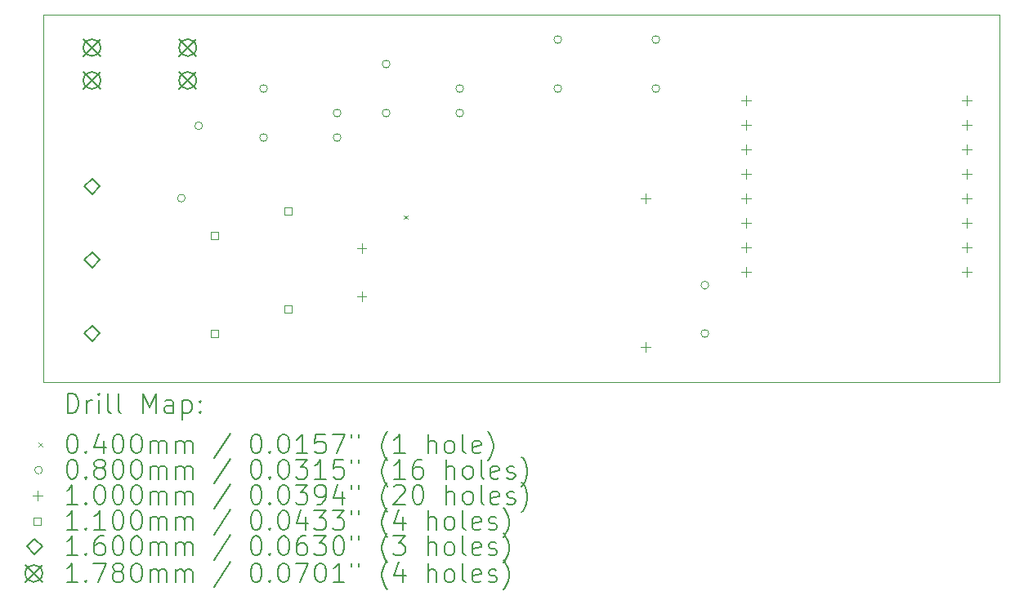
<source format=gbr>
%TF.GenerationSoftware,KiCad,Pcbnew,9.0.3+dfsg-1*%
%TF.CreationDate,2026-02-21T17:58:44+01:00*%
%TF.ProjectId,MaxPilot,4d617850-696c-46f7-942e-6b696361645f,rev?*%
%TF.SameCoordinates,Original*%
%TF.FileFunction,Drillmap*%
%TF.FilePolarity,Positive*%
%FSLAX45Y45*%
G04 Gerber Fmt 4.5, Leading zero omitted, Abs format (unit mm)*
G04 Created by KiCad (PCBNEW 9.0.3+dfsg-1) date 2026-02-21 17:58:44*
%MOMM*%
%LPD*%
G01*
G04 APERTURE LIST*
%ADD10C,0.100000*%
%ADD11C,0.200000*%
%ADD12C,0.110000*%
%ADD13C,0.160000*%
%ADD14C,0.178000*%
G04 APERTURE END LIST*
D10*
X1270000Y-1270000D02*
X11176000Y-1270000D01*
X11176000Y-5080000D02*
X1270000Y-5080000D01*
X11176000Y-1270000D02*
X11176000Y-5080000D01*
X1270000Y-5080000D02*
X1270000Y-1270000D01*
D11*
D10*
X5011880Y-3346500D02*
X5051880Y-3386500D01*
X5051880Y-3346500D02*
X5011880Y-3386500D01*
X2744000Y-3169000D02*
G75*
G02*
X2664000Y-3169000I-40000J0D01*
G01*
X2664000Y-3169000D02*
G75*
G02*
X2744000Y-3169000I40000J0D01*
G01*
X2924000Y-2419000D02*
G75*
G02*
X2844000Y-2419000I-40000J0D01*
G01*
X2844000Y-2419000D02*
G75*
G02*
X2924000Y-2419000I40000J0D01*
G01*
X3596000Y-2032000D02*
G75*
G02*
X3516000Y-2032000I-40000J0D01*
G01*
X3516000Y-2032000D02*
G75*
G02*
X3596000Y-2032000I40000J0D01*
G01*
X3596000Y-2540000D02*
G75*
G02*
X3516000Y-2540000I-40000J0D01*
G01*
X3516000Y-2540000D02*
G75*
G02*
X3596000Y-2540000I40000J0D01*
G01*
X4358000Y-2286000D02*
G75*
G02*
X4278000Y-2286000I-40000J0D01*
G01*
X4278000Y-2286000D02*
G75*
G02*
X4358000Y-2286000I40000J0D01*
G01*
X4358000Y-2540000D02*
G75*
G02*
X4278000Y-2540000I-40000J0D01*
G01*
X4278000Y-2540000D02*
G75*
G02*
X4358000Y-2540000I40000J0D01*
G01*
X4866000Y-1778000D02*
G75*
G02*
X4786000Y-1778000I-40000J0D01*
G01*
X4786000Y-1778000D02*
G75*
G02*
X4866000Y-1778000I40000J0D01*
G01*
X4866000Y-2286000D02*
G75*
G02*
X4786000Y-2286000I-40000J0D01*
G01*
X4786000Y-2286000D02*
G75*
G02*
X4866000Y-2286000I40000J0D01*
G01*
X5628000Y-2032000D02*
G75*
G02*
X5548000Y-2032000I-40000J0D01*
G01*
X5548000Y-2032000D02*
G75*
G02*
X5628000Y-2032000I40000J0D01*
G01*
X5628000Y-2286000D02*
G75*
G02*
X5548000Y-2286000I-40000J0D01*
G01*
X5548000Y-2286000D02*
G75*
G02*
X5628000Y-2286000I40000J0D01*
G01*
X6644000Y-1524000D02*
G75*
G02*
X6564000Y-1524000I-40000J0D01*
G01*
X6564000Y-1524000D02*
G75*
G02*
X6644000Y-1524000I40000J0D01*
G01*
X6644000Y-2032000D02*
G75*
G02*
X6564000Y-2032000I-40000J0D01*
G01*
X6564000Y-2032000D02*
G75*
G02*
X6644000Y-2032000I40000J0D01*
G01*
X7660000Y-1524000D02*
G75*
G02*
X7580000Y-1524000I-40000J0D01*
G01*
X7580000Y-1524000D02*
G75*
G02*
X7660000Y-1524000I40000J0D01*
G01*
X7660000Y-2032000D02*
G75*
G02*
X7580000Y-2032000I-40000J0D01*
G01*
X7580000Y-2032000D02*
G75*
G02*
X7660000Y-2032000I40000J0D01*
G01*
X8168000Y-4072000D02*
G75*
G02*
X8088000Y-4072000I-40000J0D01*
G01*
X8088000Y-4072000D02*
G75*
G02*
X8168000Y-4072000I40000J0D01*
G01*
X8168000Y-4572000D02*
G75*
G02*
X8088000Y-4572000I-40000J0D01*
G01*
X8088000Y-4572000D02*
G75*
G02*
X8168000Y-4572000I40000J0D01*
G01*
X4572000Y-3640500D02*
X4572000Y-3740500D01*
X4522000Y-3690500D02*
X4622000Y-3690500D01*
X4572000Y-4140500D02*
X4572000Y-4240500D01*
X4522000Y-4190500D02*
X4622000Y-4190500D01*
X7512000Y-3120500D02*
X7512000Y-3220500D01*
X7462000Y-3170500D02*
X7562000Y-3170500D01*
X7512000Y-4660500D02*
X7512000Y-4760500D01*
X7462000Y-4710500D02*
X7562000Y-4710500D01*
X8557500Y-2109000D02*
X8557500Y-2209000D01*
X8507500Y-2159000D02*
X8607500Y-2159000D01*
X8557500Y-2363000D02*
X8557500Y-2463000D01*
X8507500Y-2413000D02*
X8607500Y-2413000D01*
X8557500Y-2617000D02*
X8557500Y-2717000D01*
X8507500Y-2667000D02*
X8607500Y-2667000D01*
X8557500Y-2871000D02*
X8557500Y-2971000D01*
X8507500Y-2921000D02*
X8607500Y-2921000D01*
X8557500Y-3125000D02*
X8557500Y-3225000D01*
X8507500Y-3175000D02*
X8607500Y-3175000D01*
X8557500Y-3379000D02*
X8557500Y-3479000D01*
X8507500Y-3429000D02*
X8607500Y-3429000D01*
X8557500Y-3633000D02*
X8557500Y-3733000D01*
X8507500Y-3683000D02*
X8607500Y-3683000D01*
X8557500Y-3887000D02*
X8557500Y-3987000D01*
X8507500Y-3937000D02*
X8607500Y-3937000D01*
X10843500Y-2109000D02*
X10843500Y-2209000D01*
X10793500Y-2159000D02*
X10893500Y-2159000D01*
X10843500Y-2363000D02*
X10843500Y-2463000D01*
X10793500Y-2413000D02*
X10893500Y-2413000D01*
X10843500Y-2617000D02*
X10843500Y-2717000D01*
X10793500Y-2667000D02*
X10893500Y-2667000D01*
X10843500Y-2871000D02*
X10843500Y-2971000D01*
X10793500Y-2921000D02*
X10893500Y-2921000D01*
X10843500Y-3125000D02*
X10843500Y-3225000D01*
X10793500Y-3175000D02*
X10893500Y-3175000D01*
X10843500Y-3379000D02*
X10843500Y-3479000D01*
X10793500Y-3429000D02*
X10893500Y-3429000D01*
X10843500Y-3633000D02*
X10843500Y-3733000D01*
X10793500Y-3683000D02*
X10893500Y-3683000D01*
X10843500Y-3887000D02*
X10843500Y-3987000D01*
X10793500Y-3937000D02*
X10893500Y-3937000D01*
D12*
X3086891Y-3594891D02*
X3086891Y-3517109D01*
X3009109Y-3517109D01*
X3009109Y-3594891D01*
X3086891Y-3594891D01*
X3086891Y-4610891D02*
X3086891Y-4533109D01*
X3009109Y-4533109D01*
X3009109Y-4610891D01*
X3086891Y-4610891D01*
X3848891Y-3340891D02*
X3848891Y-3263109D01*
X3771109Y-3263109D01*
X3771109Y-3340891D01*
X3848891Y-3340891D01*
X3848891Y-4356891D02*
X3848891Y-4279109D01*
X3771109Y-4279109D01*
X3771109Y-4356891D01*
X3848891Y-4356891D01*
D13*
X1778000Y-3128000D02*
X1858000Y-3048000D01*
X1778000Y-2968000D01*
X1698000Y-3048000D01*
X1778000Y-3128000D01*
X1778000Y-3890000D02*
X1858000Y-3810000D01*
X1778000Y-3730000D01*
X1698000Y-3810000D01*
X1778000Y-3890000D01*
X1778000Y-4652000D02*
X1858000Y-4572000D01*
X1778000Y-4492000D01*
X1698000Y-4572000D01*
X1778000Y-4652000D01*
D14*
X1689000Y-1519000D02*
X1867000Y-1697000D01*
X1867000Y-1519000D02*
X1689000Y-1697000D01*
X1867000Y-1608000D02*
G75*
G02*
X1689000Y-1608000I-89000J0D01*
G01*
X1689000Y-1608000D02*
G75*
G02*
X1867000Y-1608000I89000J0D01*
G01*
X1689000Y-1859000D02*
X1867000Y-2037000D01*
X1867000Y-1859000D02*
X1689000Y-2037000D01*
X1867000Y-1948000D02*
G75*
G02*
X1689000Y-1948000I-89000J0D01*
G01*
X1689000Y-1948000D02*
G75*
G02*
X1867000Y-1948000I89000J0D01*
G01*
X2681000Y-1519000D02*
X2859000Y-1697000D01*
X2859000Y-1519000D02*
X2681000Y-1697000D01*
X2859000Y-1608000D02*
G75*
G02*
X2681000Y-1608000I-89000J0D01*
G01*
X2681000Y-1608000D02*
G75*
G02*
X2859000Y-1608000I89000J0D01*
G01*
X2681000Y-1859000D02*
X2859000Y-2037000D01*
X2859000Y-1859000D02*
X2681000Y-2037000D01*
X2859000Y-1948000D02*
G75*
G02*
X2681000Y-1948000I-89000J0D01*
G01*
X2681000Y-1948000D02*
G75*
G02*
X2859000Y-1948000I89000J0D01*
G01*
D11*
X1525777Y-5396484D02*
X1525777Y-5196484D01*
X1525777Y-5196484D02*
X1573396Y-5196484D01*
X1573396Y-5196484D02*
X1601967Y-5206008D01*
X1601967Y-5206008D02*
X1621015Y-5225055D01*
X1621015Y-5225055D02*
X1630539Y-5244103D01*
X1630539Y-5244103D02*
X1640062Y-5282198D01*
X1640062Y-5282198D02*
X1640062Y-5310770D01*
X1640062Y-5310770D02*
X1630539Y-5348865D01*
X1630539Y-5348865D02*
X1621015Y-5367912D01*
X1621015Y-5367912D02*
X1601967Y-5386960D01*
X1601967Y-5386960D02*
X1573396Y-5396484D01*
X1573396Y-5396484D02*
X1525777Y-5396484D01*
X1725777Y-5396484D02*
X1725777Y-5263150D01*
X1725777Y-5301246D02*
X1735301Y-5282198D01*
X1735301Y-5282198D02*
X1744824Y-5272674D01*
X1744824Y-5272674D02*
X1763872Y-5263150D01*
X1763872Y-5263150D02*
X1782920Y-5263150D01*
X1849586Y-5396484D02*
X1849586Y-5263150D01*
X1849586Y-5196484D02*
X1840062Y-5206008D01*
X1840062Y-5206008D02*
X1849586Y-5215531D01*
X1849586Y-5215531D02*
X1859110Y-5206008D01*
X1859110Y-5206008D02*
X1849586Y-5196484D01*
X1849586Y-5196484D02*
X1849586Y-5215531D01*
X1973396Y-5396484D02*
X1954348Y-5386960D01*
X1954348Y-5386960D02*
X1944824Y-5367912D01*
X1944824Y-5367912D02*
X1944824Y-5196484D01*
X2078158Y-5396484D02*
X2059110Y-5386960D01*
X2059110Y-5386960D02*
X2049586Y-5367912D01*
X2049586Y-5367912D02*
X2049586Y-5196484D01*
X2306729Y-5396484D02*
X2306729Y-5196484D01*
X2306729Y-5196484D02*
X2373396Y-5339341D01*
X2373396Y-5339341D02*
X2440063Y-5196484D01*
X2440063Y-5196484D02*
X2440063Y-5396484D01*
X2621015Y-5396484D02*
X2621015Y-5291722D01*
X2621015Y-5291722D02*
X2611491Y-5272674D01*
X2611491Y-5272674D02*
X2592444Y-5263150D01*
X2592444Y-5263150D02*
X2554348Y-5263150D01*
X2554348Y-5263150D02*
X2535301Y-5272674D01*
X2621015Y-5386960D02*
X2601967Y-5396484D01*
X2601967Y-5396484D02*
X2554348Y-5396484D01*
X2554348Y-5396484D02*
X2535301Y-5386960D01*
X2535301Y-5386960D02*
X2525777Y-5367912D01*
X2525777Y-5367912D02*
X2525777Y-5348865D01*
X2525777Y-5348865D02*
X2535301Y-5329817D01*
X2535301Y-5329817D02*
X2554348Y-5320293D01*
X2554348Y-5320293D02*
X2601967Y-5320293D01*
X2601967Y-5320293D02*
X2621015Y-5310770D01*
X2716253Y-5263150D02*
X2716253Y-5463150D01*
X2716253Y-5272674D02*
X2735301Y-5263150D01*
X2735301Y-5263150D02*
X2773396Y-5263150D01*
X2773396Y-5263150D02*
X2792444Y-5272674D01*
X2792444Y-5272674D02*
X2801967Y-5282198D01*
X2801967Y-5282198D02*
X2811491Y-5301246D01*
X2811491Y-5301246D02*
X2811491Y-5358389D01*
X2811491Y-5358389D02*
X2801967Y-5377436D01*
X2801967Y-5377436D02*
X2792444Y-5386960D01*
X2792444Y-5386960D02*
X2773396Y-5396484D01*
X2773396Y-5396484D02*
X2735301Y-5396484D01*
X2735301Y-5396484D02*
X2716253Y-5386960D01*
X2897205Y-5377436D02*
X2906729Y-5386960D01*
X2906729Y-5386960D02*
X2897205Y-5396484D01*
X2897205Y-5396484D02*
X2887682Y-5386960D01*
X2887682Y-5386960D02*
X2897205Y-5377436D01*
X2897205Y-5377436D02*
X2897205Y-5396484D01*
X2897205Y-5272674D02*
X2906729Y-5282198D01*
X2906729Y-5282198D02*
X2897205Y-5291722D01*
X2897205Y-5291722D02*
X2887682Y-5282198D01*
X2887682Y-5282198D02*
X2897205Y-5272674D01*
X2897205Y-5272674D02*
X2897205Y-5291722D01*
D10*
X1225000Y-5705000D02*
X1265000Y-5745000D01*
X1265000Y-5705000D02*
X1225000Y-5745000D01*
D11*
X1563872Y-5616484D02*
X1582920Y-5616484D01*
X1582920Y-5616484D02*
X1601967Y-5626008D01*
X1601967Y-5626008D02*
X1611491Y-5635531D01*
X1611491Y-5635531D02*
X1621015Y-5654579D01*
X1621015Y-5654579D02*
X1630539Y-5692674D01*
X1630539Y-5692674D02*
X1630539Y-5740293D01*
X1630539Y-5740293D02*
X1621015Y-5778388D01*
X1621015Y-5778388D02*
X1611491Y-5797436D01*
X1611491Y-5797436D02*
X1601967Y-5806960D01*
X1601967Y-5806960D02*
X1582920Y-5816484D01*
X1582920Y-5816484D02*
X1563872Y-5816484D01*
X1563872Y-5816484D02*
X1544824Y-5806960D01*
X1544824Y-5806960D02*
X1535301Y-5797436D01*
X1535301Y-5797436D02*
X1525777Y-5778388D01*
X1525777Y-5778388D02*
X1516253Y-5740293D01*
X1516253Y-5740293D02*
X1516253Y-5692674D01*
X1516253Y-5692674D02*
X1525777Y-5654579D01*
X1525777Y-5654579D02*
X1535301Y-5635531D01*
X1535301Y-5635531D02*
X1544824Y-5626008D01*
X1544824Y-5626008D02*
X1563872Y-5616484D01*
X1716253Y-5797436D02*
X1725777Y-5806960D01*
X1725777Y-5806960D02*
X1716253Y-5816484D01*
X1716253Y-5816484D02*
X1706729Y-5806960D01*
X1706729Y-5806960D02*
X1716253Y-5797436D01*
X1716253Y-5797436D02*
X1716253Y-5816484D01*
X1897205Y-5683150D02*
X1897205Y-5816484D01*
X1849586Y-5606960D02*
X1801967Y-5749817D01*
X1801967Y-5749817D02*
X1925777Y-5749817D01*
X2040062Y-5616484D02*
X2059110Y-5616484D01*
X2059110Y-5616484D02*
X2078158Y-5626008D01*
X2078158Y-5626008D02*
X2087682Y-5635531D01*
X2087682Y-5635531D02*
X2097205Y-5654579D01*
X2097205Y-5654579D02*
X2106729Y-5692674D01*
X2106729Y-5692674D02*
X2106729Y-5740293D01*
X2106729Y-5740293D02*
X2097205Y-5778388D01*
X2097205Y-5778388D02*
X2087682Y-5797436D01*
X2087682Y-5797436D02*
X2078158Y-5806960D01*
X2078158Y-5806960D02*
X2059110Y-5816484D01*
X2059110Y-5816484D02*
X2040062Y-5816484D01*
X2040062Y-5816484D02*
X2021015Y-5806960D01*
X2021015Y-5806960D02*
X2011491Y-5797436D01*
X2011491Y-5797436D02*
X2001967Y-5778388D01*
X2001967Y-5778388D02*
X1992443Y-5740293D01*
X1992443Y-5740293D02*
X1992443Y-5692674D01*
X1992443Y-5692674D02*
X2001967Y-5654579D01*
X2001967Y-5654579D02*
X2011491Y-5635531D01*
X2011491Y-5635531D02*
X2021015Y-5626008D01*
X2021015Y-5626008D02*
X2040062Y-5616484D01*
X2230539Y-5616484D02*
X2249586Y-5616484D01*
X2249586Y-5616484D02*
X2268634Y-5626008D01*
X2268634Y-5626008D02*
X2278158Y-5635531D01*
X2278158Y-5635531D02*
X2287682Y-5654579D01*
X2287682Y-5654579D02*
X2297205Y-5692674D01*
X2297205Y-5692674D02*
X2297205Y-5740293D01*
X2297205Y-5740293D02*
X2287682Y-5778388D01*
X2287682Y-5778388D02*
X2278158Y-5797436D01*
X2278158Y-5797436D02*
X2268634Y-5806960D01*
X2268634Y-5806960D02*
X2249586Y-5816484D01*
X2249586Y-5816484D02*
X2230539Y-5816484D01*
X2230539Y-5816484D02*
X2211491Y-5806960D01*
X2211491Y-5806960D02*
X2201967Y-5797436D01*
X2201967Y-5797436D02*
X2192444Y-5778388D01*
X2192444Y-5778388D02*
X2182920Y-5740293D01*
X2182920Y-5740293D02*
X2182920Y-5692674D01*
X2182920Y-5692674D02*
X2192444Y-5654579D01*
X2192444Y-5654579D02*
X2201967Y-5635531D01*
X2201967Y-5635531D02*
X2211491Y-5626008D01*
X2211491Y-5626008D02*
X2230539Y-5616484D01*
X2382920Y-5816484D02*
X2382920Y-5683150D01*
X2382920Y-5702198D02*
X2392444Y-5692674D01*
X2392444Y-5692674D02*
X2411491Y-5683150D01*
X2411491Y-5683150D02*
X2440063Y-5683150D01*
X2440063Y-5683150D02*
X2459110Y-5692674D01*
X2459110Y-5692674D02*
X2468634Y-5711722D01*
X2468634Y-5711722D02*
X2468634Y-5816484D01*
X2468634Y-5711722D02*
X2478158Y-5692674D01*
X2478158Y-5692674D02*
X2497205Y-5683150D01*
X2497205Y-5683150D02*
X2525777Y-5683150D01*
X2525777Y-5683150D02*
X2544825Y-5692674D01*
X2544825Y-5692674D02*
X2554348Y-5711722D01*
X2554348Y-5711722D02*
X2554348Y-5816484D01*
X2649586Y-5816484D02*
X2649586Y-5683150D01*
X2649586Y-5702198D02*
X2659110Y-5692674D01*
X2659110Y-5692674D02*
X2678158Y-5683150D01*
X2678158Y-5683150D02*
X2706729Y-5683150D01*
X2706729Y-5683150D02*
X2725777Y-5692674D01*
X2725777Y-5692674D02*
X2735301Y-5711722D01*
X2735301Y-5711722D02*
X2735301Y-5816484D01*
X2735301Y-5711722D02*
X2744825Y-5692674D01*
X2744825Y-5692674D02*
X2763872Y-5683150D01*
X2763872Y-5683150D02*
X2792444Y-5683150D01*
X2792444Y-5683150D02*
X2811491Y-5692674D01*
X2811491Y-5692674D02*
X2821015Y-5711722D01*
X2821015Y-5711722D02*
X2821015Y-5816484D01*
X3211491Y-5606960D02*
X3040063Y-5864103D01*
X3468634Y-5616484D02*
X3487682Y-5616484D01*
X3487682Y-5616484D02*
X3506729Y-5626008D01*
X3506729Y-5626008D02*
X3516253Y-5635531D01*
X3516253Y-5635531D02*
X3525777Y-5654579D01*
X3525777Y-5654579D02*
X3535301Y-5692674D01*
X3535301Y-5692674D02*
X3535301Y-5740293D01*
X3535301Y-5740293D02*
X3525777Y-5778388D01*
X3525777Y-5778388D02*
X3516253Y-5797436D01*
X3516253Y-5797436D02*
X3506729Y-5806960D01*
X3506729Y-5806960D02*
X3487682Y-5816484D01*
X3487682Y-5816484D02*
X3468634Y-5816484D01*
X3468634Y-5816484D02*
X3449586Y-5806960D01*
X3449586Y-5806960D02*
X3440063Y-5797436D01*
X3440063Y-5797436D02*
X3430539Y-5778388D01*
X3430539Y-5778388D02*
X3421015Y-5740293D01*
X3421015Y-5740293D02*
X3421015Y-5692674D01*
X3421015Y-5692674D02*
X3430539Y-5654579D01*
X3430539Y-5654579D02*
X3440063Y-5635531D01*
X3440063Y-5635531D02*
X3449586Y-5626008D01*
X3449586Y-5626008D02*
X3468634Y-5616484D01*
X3621015Y-5797436D02*
X3630539Y-5806960D01*
X3630539Y-5806960D02*
X3621015Y-5816484D01*
X3621015Y-5816484D02*
X3611491Y-5806960D01*
X3611491Y-5806960D02*
X3621015Y-5797436D01*
X3621015Y-5797436D02*
X3621015Y-5816484D01*
X3754348Y-5616484D02*
X3773396Y-5616484D01*
X3773396Y-5616484D02*
X3792444Y-5626008D01*
X3792444Y-5626008D02*
X3801967Y-5635531D01*
X3801967Y-5635531D02*
X3811491Y-5654579D01*
X3811491Y-5654579D02*
X3821015Y-5692674D01*
X3821015Y-5692674D02*
X3821015Y-5740293D01*
X3821015Y-5740293D02*
X3811491Y-5778388D01*
X3811491Y-5778388D02*
X3801967Y-5797436D01*
X3801967Y-5797436D02*
X3792444Y-5806960D01*
X3792444Y-5806960D02*
X3773396Y-5816484D01*
X3773396Y-5816484D02*
X3754348Y-5816484D01*
X3754348Y-5816484D02*
X3735301Y-5806960D01*
X3735301Y-5806960D02*
X3725777Y-5797436D01*
X3725777Y-5797436D02*
X3716253Y-5778388D01*
X3716253Y-5778388D02*
X3706729Y-5740293D01*
X3706729Y-5740293D02*
X3706729Y-5692674D01*
X3706729Y-5692674D02*
X3716253Y-5654579D01*
X3716253Y-5654579D02*
X3725777Y-5635531D01*
X3725777Y-5635531D02*
X3735301Y-5626008D01*
X3735301Y-5626008D02*
X3754348Y-5616484D01*
X4011491Y-5816484D02*
X3897206Y-5816484D01*
X3954348Y-5816484D02*
X3954348Y-5616484D01*
X3954348Y-5616484D02*
X3935301Y-5645055D01*
X3935301Y-5645055D02*
X3916253Y-5664103D01*
X3916253Y-5664103D02*
X3897206Y-5673627D01*
X4192444Y-5616484D02*
X4097206Y-5616484D01*
X4097206Y-5616484D02*
X4087682Y-5711722D01*
X4087682Y-5711722D02*
X4097206Y-5702198D01*
X4097206Y-5702198D02*
X4116253Y-5692674D01*
X4116253Y-5692674D02*
X4163872Y-5692674D01*
X4163872Y-5692674D02*
X4182920Y-5702198D01*
X4182920Y-5702198D02*
X4192444Y-5711722D01*
X4192444Y-5711722D02*
X4201968Y-5730769D01*
X4201968Y-5730769D02*
X4201968Y-5778388D01*
X4201968Y-5778388D02*
X4192444Y-5797436D01*
X4192444Y-5797436D02*
X4182920Y-5806960D01*
X4182920Y-5806960D02*
X4163872Y-5816484D01*
X4163872Y-5816484D02*
X4116253Y-5816484D01*
X4116253Y-5816484D02*
X4097206Y-5806960D01*
X4097206Y-5806960D02*
X4087682Y-5797436D01*
X4268634Y-5616484D02*
X4401968Y-5616484D01*
X4401968Y-5616484D02*
X4316253Y-5816484D01*
X4468634Y-5616484D02*
X4468634Y-5654579D01*
X4544825Y-5616484D02*
X4544825Y-5654579D01*
X4840063Y-5892674D02*
X4830539Y-5883150D01*
X4830539Y-5883150D02*
X4811491Y-5854579D01*
X4811491Y-5854579D02*
X4801968Y-5835531D01*
X4801968Y-5835531D02*
X4792444Y-5806960D01*
X4792444Y-5806960D02*
X4782920Y-5759341D01*
X4782920Y-5759341D02*
X4782920Y-5721246D01*
X4782920Y-5721246D02*
X4792444Y-5673627D01*
X4792444Y-5673627D02*
X4801968Y-5645055D01*
X4801968Y-5645055D02*
X4811491Y-5626008D01*
X4811491Y-5626008D02*
X4830539Y-5597436D01*
X4830539Y-5597436D02*
X4840063Y-5587912D01*
X5021015Y-5816484D02*
X4906730Y-5816484D01*
X4963872Y-5816484D02*
X4963872Y-5616484D01*
X4963872Y-5616484D02*
X4944825Y-5645055D01*
X4944825Y-5645055D02*
X4925777Y-5664103D01*
X4925777Y-5664103D02*
X4906730Y-5673627D01*
X5259111Y-5816484D02*
X5259111Y-5616484D01*
X5344825Y-5816484D02*
X5344825Y-5711722D01*
X5344825Y-5711722D02*
X5335301Y-5692674D01*
X5335301Y-5692674D02*
X5316253Y-5683150D01*
X5316253Y-5683150D02*
X5287682Y-5683150D01*
X5287682Y-5683150D02*
X5268634Y-5692674D01*
X5268634Y-5692674D02*
X5259111Y-5702198D01*
X5468634Y-5816484D02*
X5449587Y-5806960D01*
X5449587Y-5806960D02*
X5440063Y-5797436D01*
X5440063Y-5797436D02*
X5430539Y-5778388D01*
X5430539Y-5778388D02*
X5430539Y-5721246D01*
X5430539Y-5721246D02*
X5440063Y-5702198D01*
X5440063Y-5702198D02*
X5449587Y-5692674D01*
X5449587Y-5692674D02*
X5468634Y-5683150D01*
X5468634Y-5683150D02*
X5497206Y-5683150D01*
X5497206Y-5683150D02*
X5516253Y-5692674D01*
X5516253Y-5692674D02*
X5525777Y-5702198D01*
X5525777Y-5702198D02*
X5535301Y-5721246D01*
X5535301Y-5721246D02*
X5535301Y-5778388D01*
X5535301Y-5778388D02*
X5525777Y-5797436D01*
X5525777Y-5797436D02*
X5516253Y-5806960D01*
X5516253Y-5806960D02*
X5497206Y-5816484D01*
X5497206Y-5816484D02*
X5468634Y-5816484D01*
X5649587Y-5816484D02*
X5630539Y-5806960D01*
X5630539Y-5806960D02*
X5621015Y-5787912D01*
X5621015Y-5787912D02*
X5621015Y-5616484D01*
X5801968Y-5806960D02*
X5782920Y-5816484D01*
X5782920Y-5816484D02*
X5744825Y-5816484D01*
X5744825Y-5816484D02*
X5725777Y-5806960D01*
X5725777Y-5806960D02*
X5716253Y-5787912D01*
X5716253Y-5787912D02*
X5716253Y-5711722D01*
X5716253Y-5711722D02*
X5725777Y-5692674D01*
X5725777Y-5692674D02*
X5744825Y-5683150D01*
X5744825Y-5683150D02*
X5782920Y-5683150D01*
X5782920Y-5683150D02*
X5801968Y-5692674D01*
X5801968Y-5692674D02*
X5811491Y-5711722D01*
X5811491Y-5711722D02*
X5811491Y-5730769D01*
X5811491Y-5730769D02*
X5716253Y-5749817D01*
X5878158Y-5892674D02*
X5887682Y-5883150D01*
X5887682Y-5883150D02*
X5906730Y-5854579D01*
X5906730Y-5854579D02*
X5916253Y-5835531D01*
X5916253Y-5835531D02*
X5925777Y-5806960D01*
X5925777Y-5806960D02*
X5935301Y-5759341D01*
X5935301Y-5759341D02*
X5935301Y-5721246D01*
X5935301Y-5721246D02*
X5925777Y-5673627D01*
X5925777Y-5673627D02*
X5916253Y-5645055D01*
X5916253Y-5645055D02*
X5906730Y-5626008D01*
X5906730Y-5626008D02*
X5887682Y-5597436D01*
X5887682Y-5597436D02*
X5878158Y-5587912D01*
D10*
X1265000Y-5989000D02*
G75*
G02*
X1185000Y-5989000I-40000J0D01*
G01*
X1185000Y-5989000D02*
G75*
G02*
X1265000Y-5989000I40000J0D01*
G01*
D11*
X1563872Y-5880484D02*
X1582920Y-5880484D01*
X1582920Y-5880484D02*
X1601967Y-5890008D01*
X1601967Y-5890008D02*
X1611491Y-5899531D01*
X1611491Y-5899531D02*
X1621015Y-5918579D01*
X1621015Y-5918579D02*
X1630539Y-5956674D01*
X1630539Y-5956674D02*
X1630539Y-6004293D01*
X1630539Y-6004293D02*
X1621015Y-6042388D01*
X1621015Y-6042388D02*
X1611491Y-6061436D01*
X1611491Y-6061436D02*
X1601967Y-6070960D01*
X1601967Y-6070960D02*
X1582920Y-6080484D01*
X1582920Y-6080484D02*
X1563872Y-6080484D01*
X1563872Y-6080484D02*
X1544824Y-6070960D01*
X1544824Y-6070960D02*
X1535301Y-6061436D01*
X1535301Y-6061436D02*
X1525777Y-6042388D01*
X1525777Y-6042388D02*
X1516253Y-6004293D01*
X1516253Y-6004293D02*
X1516253Y-5956674D01*
X1516253Y-5956674D02*
X1525777Y-5918579D01*
X1525777Y-5918579D02*
X1535301Y-5899531D01*
X1535301Y-5899531D02*
X1544824Y-5890008D01*
X1544824Y-5890008D02*
X1563872Y-5880484D01*
X1716253Y-6061436D02*
X1725777Y-6070960D01*
X1725777Y-6070960D02*
X1716253Y-6080484D01*
X1716253Y-6080484D02*
X1706729Y-6070960D01*
X1706729Y-6070960D02*
X1716253Y-6061436D01*
X1716253Y-6061436D02*
X1716253Y-6080484D01*
X1840062Y-5966198D02*
X1821015Y-5956674D01*
X1821015Y-5956674D02*
X1811491Y-5947150D01*
X1811491Y-5947150D02*
X1801967Y-5928103D01*
X1801967Y-5928103D02*
X1801967Y-5918579D01*
X1801967Y-5918579D02*
X1811491Y-5899531D01*
X1811491Y-5899531D02*
X1821015Y-5890008D01*
X1821015Y-5890008D02*
X1840062Y-5880484D01*
X1840062Y-5880484D02*
X1878158Y-5880484D01*
X1878158Y-5880484D02*
X1897205Y-5890008D01*
X1897205Y-5890008D02*
X1906729Y-5899531D01*
X1906729Y-5899531D02*
X1916253Y-5918579D01*
X1916253Y-5918579D02*
X1916253Y-5928103D01*
X1916253Y-5928103D02*
X1906729Y-5947150D01*
X1906729Y-5947150D02*
X1897205Y-5956674D01*
X1897205Y-5956674D02*
X1878158Y-5966198D01*
X1878158Y-5966198D02*
X1840062Y-5966198D01*
X1840062Y-5966198D02*
X1821015Y-5975722D01*
X1821015Y-5975722D02*
X1811491Y-5985246D01*
X1811491Y-5985246D02*
X1801967Y-6004293D01*
X1801967Y-6004293D02*
X1801967Y-6042388D01*
X1801967Y-6042388D02*
X1811491Y-6061436D01*
X1811491Y-6061436D02*
X1821015Y-6070960D01*
X1821015Y-6070960D02*
X1840062Y-6080484D01*
X1840062Y-6080484D02*
X1878158Y-6080484D01*
X1878158Y-6080484D02*
X1897205Y-6070960D01*
X1897205Y-6070960D02*
X1906729Y-6061436D01*
X1906729Y-6061436D02*
X1916253Y-6042388D01*
X1916253Y-6042388D02*
X1916253Y-6004293D01*
X1916253Y-6004293D02*
X1906729Y-5985246D01*
X1906729Y-5985246D02*
X1897205Y-5975722D01*
X1897205Y-5975722D02*
X1878158Y-5966198D01*
X2040062Y-5880484D02*
X2059110Y-5880484D01*
X2059110Y-5880484D02*
X2078158Y-5890008D01*
X2078158Y-5890008D02*
X2087682Y-5899531D01*
X2087682Y-5899531D02*
X2097205Y-5918579D01*
X2097205Y-5918579D02*
X2106729Y-5956674D01*
X2106729Y-5956674D02*
X2106729Y-6004293D01*
X2106729Y-6004293D02*
X2097205Y-6042388D01*
X2097205Y-6042388D02*
X2087682Y-6061436D01*
X2087682Y-6061436D02*
X2078158Y-6070960D01*
X2078158Y-6070960D02*
X2059110Y-6080484D01*
X2059110Y-6080484D02*
X2040062Y-6080484D01*
X2040062Y-6080484D02*
X2021015Y-6070960D01*
X2021015Y-6070960D02*
X2011491Y-6061436D01*
X2011491Y-6061436D02*
X2001967Y-6042388D01*
X2001967Y-6042388D02*
X1992443Y-6004293D01*
X1992443Y-6004293D02*
X1992443Y-5956674D01*
X1992443Y-5956674D02*
X2001967Y-5918579D01*
X2001967Y-5918579D02*
X2011491Y-5899531D01*
X2011491Y-5899531D02*
X2021015Y-5890008D01*
X2021015Y-5890008D02*
X2040062Y-5880484D01*
X2230539Y-5880484D02*
X2249586Y-5880484D01*
X2249586Y-5880484D02*
X2268634Y-5890008D01*
X2268634Y-5890008D02*
X2278158Y-5899531D01*
X2278158Y-5899531D02*
X2287682Y-5918579D01*
X2287682Y-5918579D02*
X2297205Y-5956674D01*
X2297205Y-5956674D02*
X2297205Y-6004293D01*
X2297205Y-6004293D02*
X2287682Y-6042388D01*
X2287682Y-6042388D02*
X2278158Y-6061436D01*
X2278158Y-6061436D02*
X2268634Y-6070960D01*
X2268634Y-6070960D02*
X2249586Y-6080484D01*
X2249586Y-6080484D02*
X2230539Y-6080484D01*
X2230539Y-6080484D02*
X2211491Y-6070960D01*
X2211491Y-6070960D02*
X2201967Y-6061436D01*
X2201967Y-6061436D02*
X2192444Y-6042388D01*
X2192444Y-6042388D02*
X2182920Y-6004293D01*
X2182920Y-6004293D02*
X2182920Y-5956674D01*
X2182920Y-5956674D02*
X2192444Y-5918579D01*
X2192444Y-5918579D02*
X2201967Y-5899531D01*
X2201967Y-5899531D02*
X2211491Y-5890008D01*
X2211491Y-5890008D02*
X2230539Y-5880484D01*
X2382920Y-6080484D02*
X2382920Y-5947150D01*
X2382920Y-5966198D02*
X2392444Y-5956674D01*
X2392444Y-5956674D02*
X2411491Y-5947150D01*
X2411491Y-5947150D02*
X2440063Y-5947150D01*
X2440063Y-5947150D02*
X2459110Y-5956674D01*
X2459110Y-5956674D02*
X2468634Y-5975722D01*
X2468634Y-5975722D02*
X2468634Y-6080484D01*
X2468634Y-5975722D02*
X2478158Y-5956674D01*
X2478158Y-5956674D02*
X2497205Y-5947150D01*
X2497205Y-5947150D02*
X2525777Y-5947150D01*
X2525777Y-5947150D02*
X2544825Y-5956674D01*
X2544825Y-5956674D02*
X2554348Y-5975722D01*
X2554348Y-5975722D02*
X2554348Y-6080484D01*
X2649586Y-6080484D02*
X2649586Y-5947150D01*
X2649586Y-5966198D02*
X2659110Y-5956674D01*
X2659110Y-5956674D02*
X2678158Y-5947150D01*
X2678158Y-5947150D02*
X2706729Y-5947150D01*
X2706729Y-5947150D02*
X2725777Y-5956674D01*
X2725777Y-5956674D02*
X2735301Y-5975722D01*
X2735301Y-5975722D02*
X2735301Y-6080484D01*
X2735301Y-5975722D02*
X2744825Y-5956674D01*
X2744825Y-5956674D02*
X2763872Y-5947150D01*
X2763872Y-5947150D02*
X2792444Y-5947150D01*
X2792444Y-5947150D02*
X2811491Y-5956674D01*
X2811491Y-5956674D02*
X2821015Y-5975722D01*
X2821015Y-5975722D02*
X2821015Y-6080484D01*
X3211491Y-5870960D02*
X3040063Y-6128103D01*
X3468634Y-5880484D02*
X3487682Y-5880484D01*
X3487682Y-5880484D02*
X3506729Y-5890008D01*
X3506729Y-5890008D02*
X3516253Y-5899531D01*
X3516253Y-5899531D02*
X3525777Y-5918579D01*
X3525777Y-5918579D02*
X3535301Y-5956674D01*
X3535301Y-5956674D02*
X3535301Y-6004293D01*
X3535301Y-6004293D02*
X3525777Y-6042388D01*
X3525777Y-6042388D02*
X3516253Y-6061436D01*
X3516253Y-6061436D02*
X3506729Y-6070960D01*
X3506729Y-6070960D02*
X3487682Y-6080484D01*
X3487682Y-6080484D02*
X3468634Y-6080484D01*
X3468634Y-6080484D02*
X3449586Y-6070960D01*
X3449586Y-6070960D02*
X3440063Y-6061436D01*
X3440063Y-6061436D02*
X3430539Y-6042388D01*
X3430539Y-6042388D02*
X3421015Y-6004293D01*
X3421015Y-6004293D02*
X3421015Y-5956674D01*
X3421015Y-5956674D02*
X3430539Y-5918579D01*
X3430539Y-5918579D02*
X3440063Y-5899531D01*
X3440063Y-5899531D02*
X3449586Y-5890008D01*
X3449586Y-5890008D02*
X3468634Y-5880484D01*
X3621015Y-6061436D02*
X3630539Y-6070960D01*
X3630539Y-6070960D02*
X3621015Y-6080484D01*
X3621015Y-6080484D02*
X3611491Y-6070960D01*
X3611491Y-6070960D02*
X3621015Y-6061436D01*
X3621015Y-6061436D02*
X3621015Y-6080484D01*
X3754348Y-5880484D02*
X3773396Y-5880484D01*
X3773396Y-5880484D02*
X3792444Y-5890008D01*
X3792444Y-5890008D02*
X3801967Y-5899531D01*
X3801967Y-5899531D02*
X3811491Y-5918579D01*
X3811491Y-5918579D02*
X3821015Y-5956674D01*
X3821015Y-5956674D02*
X3821015Y-6004293D01*
X3821015Y-6004293D02*
X3811491Y-6042388D01*
X3811491Y-6042388D02*
X3801967Y-6061436D01*
X3801967Y-6061436D02*
X3792444Y-6070960D01*
X3792444Y-6070960D02*
X3773396Y-6080484D01*
X3773396Y-6080484D02*
X3754348Y-6080484D01*
X3754348Y-6080484D02*
X3735301Y-6070960D01*
X3735301Y-6070960D02*
X3725777Y-6061436D01*
X3725777Y-6061436D02*
X3716253Y-6042388D01*
X3716253Y-6042388D02*
X3706729Y-6004293D01*
X3706729Y-6004293D02*
X3706729Y-5956674D01*
X3706729Y-5956674D02*
X3716253Y-5918579D01*
X3716253Y-5918579D02*
X3725777Y-5899531D01*
X3725777Y-5899531D02*
X3735301Y-5890008D01*
X3735301Y-5890008D02*
X3754348Y-5880484D01*
X3887682Y-5880484D02*
X4011491Y-5880484D01*
X4011491Y-5880484D02*
X3944825Y-5956674D01*
X3944825Y-5956674D02*
X3973396Y-5956674D01*
X3973396Y-5956674D02*
X3992444Y-5966198D01*
X3992444Y-5966198D02*
X4001967Y-5975722D01*
X4001967Y-5975722D02*
X4011491Y-5994769D01*
X4011491Y-5994769D02*
X4011491Y-6042388D01*
X4011491Y-6042388D02*
X4001967Y-6061436D01*
X4001967Y-6061436D02*
X3992444Y-6070960D01*
X3992444Y-6070960D02*
X3973396Y-6080484D01*
X3973396Y-6080484D02*
X3916253Y-6080484D01*
X3916253Y-6080484D02*
X3897206Y-6070960D01*
X3897206Y-6070960D02*
X3887682Y-6061436D01*
X4201968Y-6080484D02*
X4087682Y-6080484D01*
X4144825Y-6080484D02*
X4144825Y-5880484D01*
X4144825Y-5880484D02*
X4125777Y-5909055D01*
X4125777Y-5909055D02*
X4106729Y-5928103D01*
X4106729Y-5928103D02*
X4087682Y-5937627D01*
X4382920Y-5880484D02*
X4287682Y-5880484D01*
X4287682Y-5880484D02*
X4278158Y-5975722D01*
X4278158Y-5975722D02*
X4287682Y-5966198D01*
X4287682Y-5966198D02*
X4306729Y-5956674D01*
X4306729Y-5956674D02*
X4354349Y-5956674D01*
X4354349Y-5956674D02*
X4373396Y-5966198D01*
X4373396Y-5966198D02*
X4382920Y-5975722D01*
X4382920Y-5975722D02*
X4392444Y-5994769D01*
X4392444Y-5994769D02*
X4392444Y-6042388D01*
X4392444Y-6042388D02*
X4382920Y-6061436D01*
X4382920Y-6061436D02*
X4373396Y-6070960D01*
X4373396Y-6070960D02*
X4354349Y-6080484D01*
X4354349Y-6080484D02*
X4306729Y-6080484D01*
X4306729Y-6080484D02*
X4287682Y-6070960D01*
X4287682Y-6070960D02*
X4278158Y-6061436D01*
X4468634Y-5880484D02*
X4468634Y-5918579D01*
X4544825Y-5880484D02*
X4544825Y-5918579D01*
X4840063Y-6156674D02*
X4830539Y-6147150D01*
X4830539Y-6147150D02*
X4811491Y-6118579D01*
X4811491Y-6118579D02*
X4801968Y-6099531D01*
X4801968Y-6099531D02*
X4792444Y-6070960D01*
X4792444Y-6070960D02*
X4782920Y-6023341D01*
X4782920Y-6023341D02*
X4782920Y-5985246D01*
X4782920Y-5985246D02*
X4792444Y-5937627D01*
X4792444Y-5937627D02*
X4801968Y-5909055D01*
X4801968Y-5909055D02*
X4811491Y-5890008D01*
X4811491Y-5890008D02*
X4830539Y-5861436D01*
X4830539Y-5861436D02*
X4840063Y-5851912D01*
X5021015Y-6080484D02*
X4906730Y-6080484D01*
X4963872Y-6080484D02*
X4963872Y-5880484D01*
X4963872Y-5880484D02*
X4944825Y-5909055D01*
X4944825Y-5909055D02*
X4925777Y-5928103D01*
X4925777Y-5928103D02*
X4906730Y-5937627D01*
X5192444Y-5880484D02*
X5154349Y-5880484D01*
X5154349Y-5880484D02*
X5135301Y-5890008D01*
X5135301Y-5890008D02*
X5125777Y-5899531D01*
X5125777Y-5899531D02*
X5106730Y-5928103D01*
X5106730Y-5928103D02*
X5097206Y-5966198D01*
X5097206Y-5966198D02*
X5097206Y-6042388D01*
X5097206Y-6042388D02*
X5106730Y-6061436D01*
X5106730Y-6061436D02*
X5116253Y-6070960D01*
X5116253Y-6070960D02*
X5135301Y-6080484D01*
X5135301Y-6080484D02*
X5173396Y-6080484D01*
X5173396Y-6080484D02*
X5192444Y-6070960D01*
X5192444Y-6070960D02*
X5201968Y-6061436D01*
X5201968Y-6061436D02*
X5211491Y-6042388D01*
X5211491Y-6042388D02*
X5211491Y-5994769D01*
X5211491Y-5994769D02*
X5201968Y-5975722D01*
X5201968Y-5975722D02*
X5192444Y-5966198D01*
X5192444Y-5966198D02*
X5173396Y-5956674D01*
X5173396Y-5956674D02*
X5135301Y-5956674D01*
X5135301Y-5956674D02*
X5116253Y-5966198D01*
X5116253Y-5966198D02*
X5106730Y-5975722D01*
X5106730Y-5975722D02*
X5097206Y-5994769D01*
X5449587Y-6080484D02*
X5449587Y-5880484D01*
X5535301Y-6080484D02*
X5535301Y-5975722D01*
X5535301Y-5975722D02*
X5525777Y-5956674D01*
X5525777Y-5956674D02*
X5506730Y-5947150D01*
X5506730Y-5947150D02*
X5478158Y-5947150D01*
X5478158Y-5947150D02*
X5459111Y-5956674D01*
X5459111Y-5956674D02*
X5449587Y-5966198D01*
X5659110Y-6080484D02*
X5640063Y-6070960D01*
X5640063Y-6070960D02*
X5630539Y-6061436D01*
X5630539Y-6061436D02*
X5621015Y-6042388D01*
X5621015Y-6042388D02*
X5621015Y-5985246D01*
X5621015Y-5985246D02*
X5630539Y-5966198D01*
X5630539Y-5966198D02*
X5640063Y-5956674D01*
X5640063Y-5956674D02*
X5659110Y-5947150D01*
X5659110Y-5947150D02*
X5687682Y-5947150D01*
X5687682Y-5947150D02*
X5706730Y-5956674D01*
X5706730Y-5956674D02*
X5716253Y-5966198D01*
X5716253Y-5966198D02*
X5725777Y-5985246D01*
X5725777Y-5985246D02*
X5725777Y-6042388D01*
X5725777Y-6042388D02*
X5716253Y-6061436D01*
X5716253Y-6061436D02*
X5706730Y-6070960D01*
X5706730Y-6070960D02*
X5687682Y-6080484D01*
X5687682Y-6080484D02*
X5659110Y-6080484D01*
X5840063Y-6080484D02*
X5821015Y-6070960D01*
X5821015Y-6070960D02*
X5811491Y-6051912D01*
X5811491Y-6051912D02*
X5811491Y-5880484D01*
X5992444Y-6070960D02*
X5973396Y-6080484D01*
X5973396Y-6080484D02*
X5935301Y-6080484D01*
X5935301Y-6080484D02*
X5916253Y-6070960D01*
X5916253Y-6070960D02*
X5906730Y-6051912D01*
X5906730Y-6051912D02*
X5906730Y-5975722D01*
X5906730Y-5975722D02*
X5916253Y-5956674D01*
X5916253Y-5956674D02*
X5935301Y-5947150D01*
X5935301Y-5947150D02*
X5973396Y-5947150D01*
X5973396Y-5947150D02*
X5992444Y-5956674D01*
X5992444Y-5956674D02*
X6001968Y-5975722D01*
X6001968Y-5975722D02*
X6001968Y-5994769D01*
X6001968Y-5994769D02*
X5906730Y-6013817D01*
X6078158Y-6070960D02*
X6097206Y-6080484D01*
X6097206Y-6080484D02*
X6135301Y-6080484D01*
X6135301Y-6080484D02*
X6154349Y-6070960D01*
X6154349Y-6070960D02*
X6163872Y-6051912D01*
X6163872Y-6051912D02*
X6163872Y-6042388D01*
X6163872Y-6042388D02*
X6154349Y-6023341D01*
X6154349Y-6023341D02*
X6135301Y-6013817D01*
X6135301Y-6013817D02*
X6106730Y-6013817D01*
X6106730Y-6013817D02*
X6087682Y-6004293D01*
X6087682Y-6004293D02*
X6078158Y-5985246D01*
X6078158Y-5985246D02*
X6078158Y-5975722D01*
X6078158Y-5975722D02*
X6087682Y-5956674D01*
X6087682Y-5956674D02*
X6106730Y-5947150D01*
X6106730Y-5947150D02*
X6135301Y-5947150D01*
X6135301Y-5947150D02*
X6154349Y-5956674D01*
X6230539Y-6156674D02*
X6240063Y-6147150D01*
X6240063Y-6147150D02*
X6259111Y-6118579D01*
X6259111Y-6118579D02*
X6268634Y-6099531D01*
X6268634Y-6099531D02*
X6278158Y-6070960D01*
X6278158Y-6070960D02*
X6287682Y-6023341D01*
X6287682Y-6023341D02*
X6287682Y-5985246D01*
X6287682Y-5985246D02*
X6278158Y-5937627D01*
X6278158Y-5937627D02*
X6268634Y-5909055D01*
X6268634Y-5909055D02*
X6259111Y-5890008D01*
X6259111Y-5890008D02*
X6240063Y-5861436D01*
X6240063Y-5861436D02*
X6230539Y-5851912D01*
D10*
X1215000Y-6203000D02*
X1215000Y-6303000D01*
X1165000Y-6253000D02*
X1265000Y-6253000D01*
D11*
X1630539Y-6344484D02*
X1516253Y-6344484D01*
X1573396Y-6344484D02*
X1573396Y-6144484D01*
X1573396Y-6144484D02*
X1554348Y-6173055D01*
X1554348Y-6173055D02*
X1535301Y-6192103D01*
X1535301Y-6192103D02*
X1516253Y-6201627D01*
X1716253Y-6325436D02*
X1725777Y-6334960D01*
X1725777Y-6334960D02*
X1716253Y-6344484D01*
X1716253Y-6344484D02*
X1706729Y-6334960D01*
X1706729Y-6334960D02*
X1716253Y-6325436D01*
X1716253Y-6325436D02*
X1716253Y-6344484D01*
X1849586Y-6144484D02*
X1868634Y-6144484D01*
X1868634Y-6144484D02*
X1887682Y-6154008D01*
X1887682Y-6154008D02*
X1897205Y-6163531D01*
X1897205Y-6163531D02*
X1906729Y-6182579D01*
X1906729Y-6182579D02*
X1916253Y-6220674D01*
X1916253Y-6220674D02*
X1916253Y-6268293D01*
X1916253Y-6268293D02*
X1906729Y-6306388D01*
X1906729Y-6306388D02*
X1897205Y-6325436D01*
X1897205Y-6325436D02*
X1887682Y-6334960D01*
X1887682Y-6334960D02*
X1868634Y-6344484D01*
X1868634Y-6344484D02*
X1849586Y-6344484D01*
X1849586Y-6344484D02*
X1830539Y-6334960D01*
X1830539Y-6334960D02*
X1821015Y-6325436D01*
X1821015Y-6325436D02*
X1811491Y-6306388D01*
X1811491Y-6306388D02*
X1801967Y-6268293D01*
X1801967Y-6268293D02*
X1801967Y-6220674D01*
X1801967Y-6220674D02*
X1811491Y-6182579D01*
X1811491Y-6182579D02*
X1821015Y-6163531D01*
X1821015Y-6163531D02*
X1830539Y-6154008D01*
X1830539Y-6154008D02*
X1849586Y-6144484D01*
X2040062Y-6144484D02*
X2059110Y-6144484D01*
X2059110Y-6144484D02*
X2078158Y-6154008D01*
X2078158Y-6154008D02*
X2087682Y-6163531D01*
X2087682Y-6163531D02*
X2097205Y-6182579D01*
X2097205Y-6182579D02*
X2106729Y-6220674D01*
X2106729Y-6220674D02*
X2106729Y-6268293D01*
X2106729Y-6268293D02*
X2097205Y-6306388D01*
X2097205Y-6306388D02*
X2087682Y-6325436D01*
X2087682Y-6325436D02*
X2078158Y-6334960D01*
X2078158Y-6334960D02*
X2059110Y-6344484D01*
X2059110Y-6344484D02*
X2040062Y-6344484D01*
X2040062Y-6344484D02*
X2021015Y-6334960D01*
X2021015Y-6334960D02*
X2011491Y-6325436D01*
X2011491Y-6325436D02*
X2001967Y-6306388D01*
X2001967Y-6306388D02*
X1992443Y-6268293D01*
X1992443Y-6268293D02*
X1992443Y-6220674D01*
X1992443Y-6220674D02*
X2001967Y-6182579D01*
X2001967Y-6182579D02*
X2011491Y-6163531D01*
X2011491Y-6163531D02*
X2021015Y-6154008D01*
X2021015Y-6154008D02*
X2040062Y-6144484D01*
X2230539Y-6144484D02*
X2249586Y-6144484D01*
X2249586Y-6144484D02*
X2268634Y-6154008D01*
X2268634Y-6154008D02*
X2278158Y-6163531D01*
X2278158Y-6163531D02*
X2287682Y-6182579D01*
X2287682Y-6182579D02*
X2297205Y-6220674D01*
X2297205Y-6220674D02*
X2297205Y-6268293D01*
X2297205Y-6268293D02*
X2287682Y-6306388D01*
X2287682Y-6306388D02*
X2278158Y-6325436D01*
X2278158Y-6325436D02*
X2268634Y-6334960D01*
X2268634Y-6334960D02*
X2249586Y-6344484D01*
X2249586Y-6344484D02*
X2230539Y-6344484D01*
X2230539Y-6344484D02*
X2211491Y-6334960D01*
X2211491Y-6334960D02*
X2201967Y-6325436D01*
X2201967Y-6325436D02*
X2192444Y-6306388D01*
X2192444Y-6306388D02*
X2182920Y-6268293D01*
X2182920Y-6268293D02*
X2182920Y-6220674D01*
X2182920Y-6220674D02*
X2192444Y-6182579D01*
X2192444Y-6182579D02*
X2201967Y-6163531D01*
X2201967Y-6163531D02*
X2211491Y-6154008D01*
X2211491Y-6154008D02*
X2230539Y-6144484D01*
X2382920Y-6344484D02*
X2382920Y-6211150D01*
X2382920Y-6230198D02*
X2392444Y-6220674D01*
X2392444Y-6220674D02*
X2411491Y-6211150D01*
X2411491Y-6211150D02*
X2440063Y-6211150D01*
X2440063Y-6211150D02*
X2459110Y-6220674D01*
X2459110Y-6220674D02*
X2468634Y-6239722D01*
X2468634Y-6239722D02*
X2468634Y-6344484D01*
X2468634Y-6239722D02*
X2478158Y-6220674D01*
X2478158Y-6220674D02*
X2497205Y-6211150D01*
X2497205Y-6211150D02*
X2525777Y-6211150D01*
X2525777Y-6211150D02*
X2544825Y-6220674D01*
X2544825Y-6220674D02*
X2554348Y-6239722D01*
X2554348Y-6239722D02*
X2554348Y-6344484D01*
X2649586Y-6344484D02*
X2649586Y-6211150D01*
X2649586Y-6230198D02*
X2659110Y-6220674D01*
X2659110Y-6220674D02*
X2678158Y-6211150D01*
X2678158Y-6211150D02*
X2706729Y-6211150D01*
X2706729Y-6211150D02*
X2725777Y-6220674D01*
X2725777Y-6220674D02*
X2735301Y-6239722D01*
X2735301Y-6239722D02*
X2735301Y-6344484D01*
X2735301Y-6239722D02*
X2744825Y-6220674D01*
X2744825Y-6220674D02*
X2763872Y-6211150D01*
X2763872Y-6211150D02*
X2792444Y-6211150D01*
X2792444Y-6211150D02*
X2811491Y-6220674D01*
X2811491Y-6220674D02*
X2821015Y-6239722D01*
X2821015Y-6239722D02*
X2821015Y-6344484D01*
X3211491Y-6134960D02*
X3040063Y-6392103D01*
X3468634Y-6144484D02*
X3487682Y-6144484D01*
X3487682Y-6144484D02*
X3506729Y-6154008D01*
X3506729Y-6154008D02*
X3516253Y-6163531D01*
X3516253Y-6163531D02*
X3525777Y-6182579D01*
X3525777Y-6182579D02*
X3535301Y-6220674D01*
X3535301Y-6220674D02*
X3535301Y-6268293D01*
X3535301Y-6268293D02*
X3525777Y-6306388D01*
X3525777Y-6306388D02*
X3516253Y-6325436D01*
X3516253Y-6325436D02*
X3506729Y-6334960D01*
X3506729Y-6334960D02*
X3487682Y-6344484D01*
X3487682Y-6344484D02*
X3468634Y-6344484D01*
X3468634Y-6344484D02*
X3449586Y-6334960D01*
X3449586Y-6334960D02*
X3440063Y-6325436D01*
X3440063Y-6325436D02*
X3430539Y-6306388D01*
X3430539Y-6306388D02*
X3421015Y-6268293D01*
X3421015Y-6268293D02*
X3421015Y-6220674D01*
X3421015Y-6220674D02*
X3430539Y-6182579D01*
X3430539Y-6182579D02*
X3440063Y-6163531D01*
X3440063Y-6163531D02*
X3449586Y-6154008D01*
X3449586Y-6154008D02*
X3468634Y-6144484D01*
X3621015Y-6325436D02*
X3630539Y-6334960D01*
X3630539Y-6334960D02*
X3621015Y-6344484D01*
X3621015Y-6344484D02*
X3611491Y-6334960D01*
X3611491Y-6334960D02*
X3621015Y-6325436D01*
X3621015Y-6325436D02*
X3621015Y-6344484D01*
X3754348Y-6144484D02*
X3773396Y-6144484D01*
X3773396Y-6144484D02*
X3792444Y-6154008D01*
X3792444Y-6154008D02*
X3801967Y-6163531D01*
X3801967Y-6163531D02*
X3811491Y-6182579D01*
X3811491Y-6182579D02*
X3821015Y-6220674D01*
X3821015Y-6220674D02*
X3821015Y-6268293D01*
X3821015Y-6268293D02*
X3811491Y-6306388D01*
X3811491Y-6306388D02*
X3801967Y-6325436D01*
X3801967Y-6325436D02*
X3792444Y-6334960D01*
X3792444Y-6334960D02*
X3773396Y-6344484D01*
X3773396Y-6344484D02*
X3754348Y-6344484D01*
X3754348Y-6344484D02*
X3735301Y-6334960D01*
X3735301Y-6334960D02*
X3725777Y-6325436D01*
X3725777Y-6325436D02*
X3716253Y-6306388D01*
X3716253Y-6306388D02*
X3706729Y-6268293D01*
X3706729Y-6268293D02*
X3706729Y-6220674D01*
X3706729Y-6220674D02*
X3716253Y-6182579D01*
X3716253Y-6182579D02*
X3725777Y-6163531D01*
X3725777Y-6163531D02*
X3735301Y-6154008D01*
X3735301Y-6154008D02*
X3754348Y-6144484D01*
X3887682Y-6144484D02*
X4011491Y-6144484D01*
X4011491Y-6144484D02*
X3944825Y-6220674D01*
X3944825Y-6220674D02*
X3973396Y-6220674D01*
X3973396Y-6220674D02*
X3992444Y-6230198D01*
X3992444Y-6230198D02*
X4001967Y-6239722D01*
X4001967Y-6239722D02*
X4011491Y-6258769D01*
X4011491Y-6258769D02*
X4011491Y-6306388D01*
X4011491Y-6306388D02*
X4001967Y-6325436D01*
X4001967Y-6325436D02*
X3992444Y-6334960D01*
X3992444Y-6334960D02*
X3973396Y-6344484D01*
X3973396Y-6344484D02*
X3916253Y-6344484D01*
X3916253Y-6344484D02*
X3897206Y-6334960D01*
X3897206Y-6334960D02*
X3887682Y-6325436D01*
X4106729Y-6344484D02*
X4144825Y-6344484D01*
X4144825Y-6344484D02*
X4163872Y-6334960D01*
X4163872Y-6334960D02*
X4173396Y-6325436D01*
X4173396Y-6325436D02*
X4192444Y-6296865D01*
X4192444Y-6296865D02*
X4201968Y-6258769D01*
X4201968Y-6258769D02*
X4201968Y-6182579D01*
X4201968Y-6182579D02*
X4192444Y-6163531D01*
X4192444Y-6163531D02*
X4182920Y-6154008D01*
X4182920Y-6154008D02*
X4163872Y-6144484D01*
X4163872Y-6144484D02*
X4125777Y-6144484D01*
X4125777Y-6144484D02*
X4106729Y-6154008D01*
X4106729Y-6154008D02*
X4097206Y-6163531D01*
X4097206Y-6163531D02*
X4087682Y-6182579D01*
X4087682Y-6182579D02*
X4087682Y-6230198D01*
X4087682Y-6230198D02*
X4097206Y-6249246D01*
X4097206Y-6249246D02*
X4106729Y-6258769D01*
X4106729Y-6258769D02*
X4125777Y-6268293D01*
X4125777Y-6268293D02*
X4163872Y-6268293D01*
X4163872Y-6268293D02*
X4182920Y-6258769D01*
X4182920Y-6258769D02*
X4192444Y-6249246D01*
X4192444Y-6249246D02*
X4201968Y-6230198D01*
X4373396Y-6211150D02*
X4373396Y-6344484D01*
X4325777Y-6134960D02*
X4278158Y-6277817D01*
X4278158Y-6277817D02*
X4401968Y-6277817D01*
X4468634Y-6144484D02*
X4468634Y-6182579D01*
X4544825Y-6144484D02*
X4544825Y-6182579D01*
X4840063Y-6420674D02*
X4830539Y-6411150D01*
X4830539Y-6411150D02*
X4811491Y-6382579D01*
X4811491Y-6382579D02*
X4801968Y-6363531D01*
X4801968Y-6363531D02*
X4792444Y-6334960D01*
X4792444Y-6334960D02*
X4782920Y-6287341D01*
X4782920Y-6287341D02*
X4782920Y-6249246D01*
X4782920Y-6249246D02*
X4792444Y-6201627D01*
X4792444Y-6201627D02*
X4801968Y-6173055D01*
X4801968Y-6173055D02*
X4811491Y-6154008D01*
X4811491Y-6154008D02*
X4830539Y-6125436D01*
X4830539Y-6125436D02*
X4840063Y-6115912D01*
X4906730Y-6163531D02*
X4916253Y-6154008D01*
X4916253Y-6154008D02*
X4935301Y-6144484D01*
X4935301Y-6144484D02*
X4982920Y-6144484D01*
X4982920Y-6144484D02*
X5001968Y-6154008D01*
X5001968Y-6154008D02*
X5011491Y-6163531D01*
X5011491Y-6163531D02*
X5021015Y-6182579D01*
X5021015Y-6182579D02*
X5021015Y-6201627D01*
X5021015Y-6201627D02*
X5011491Y-6230198D01*
X5011491Y-6230198D02*
X4897206Y-6344484D01*
X4897206Y-6344484D02*
X5021015Y-6344484D01*
X5144825Y-6144484D02*
X5163872Y-6144484D01*
X5163872Y-6144484D02*
X5182920Y-6154008D01*
X5182920Y-6154008D02*
X5192444Y-6163531D01*
X5192444Y-6163531D02*
X5201968Y-6182579D01*
X5201968Y-6182579D02*
X5211491Y-6220674D01*
X5211491Y-6220674D02*
X5211491Y-6268293D01*
X5211491Y-6268293D02*
X5201968Y-6306388D01*
X5201968Y-6306388D02*
X5192444Y-6325436D01*
X5192444Y-6325436D02*
X5182920Y-6334960D01*
X5182920Y-6334960D02*
X5163872Y-6344484D01*
X5163872Y-6344484D02*
X5144825Y-6344484D01*
X5144825Y-6344484D02*
X5125777Y-6334960D01*
X5125777Y-6334960D02*
X5116253Y-6325436D01*
X5116253Y-6325436D02*
X5106730Y-6306388D01*
X5106730Y-6306388D02*
X5097206Y-6268293D01*
X5097206Y-6268293D02*
X5097206Y-6220674D01*
X5097206Y-6220674D02*
X5106730Y-6182579D01*
X5106730Y-6182579D02*
X5116253Y-6163531D01*
X5116253Y-6163531D02*
X5125777Y-6154008D01*
X5125777Y-6154008D02*
X5144825Y-6144484D01*
X5449587Y-6344484D02*
X5449587Y-6144484D01*
X5535301Y-6344484D02*
X5535301Y-6239722D01*
X5535301Y-6239722D02*
X5525777Y-6220674D01*
X5525777Y-6220674D02*
X5506730Y-6211150D01*
X5506730Y-6211150D02*
X5478158Y-6211150D01*
X5478158Y-6211150D02*
X5459111Y-6220674D01*
X5459111Y-6220674D02*
X5449587Y-6230198D01*
X5659110Y-6344484D02*
X5640063Y-6334960D01*
X5640063Y-6334960D02*
X5630539Y-6325436D01*
X5630539Y-6325436D02*
X5621015Y-6306388D01*
X5621015Y-6306388D02*
X5621015Y-6249246D01*
X5621015Y-6249246D02*
X5630539Y-6230198D01*
X5630539Y-6230198D02*
X5640063Y-6220674D01*
X5640063Y-6220674D02*
X5659110Y-6211150D01*
X5659110Y-6211150D02*
X5687682Y-6211150D01*
X5687682Y-6211150D02*
X5706730Y-6220674D01*
X5706730Y-6220674D02*
X5716253Y-6230198D01*
X5716253Y-6230198D02*
X5725777Y-6249246D01*
X5725777Y-6249246D02*
X5725777Y-6306388D01*
X5725777Y-6306388D02*
X5716253Y-6325436D01*
X5716253Y-6325436D02*
X5706730Y-6334960D01*
X5706730Y-6334960D02*
X5687682Y-6344484D01*
X5687682Y-6344484D02*
X5659110Y-6344484D01*
X5840063Y-6344484D02*
X5821015Y-6334960D01*
X5821015Y-6334960D02*
X5811491Y-6315912D01*
X5811491Y-6315912D02*
X5811491Y-6144484D01*
X5992444Y-6334960D02*
X5973396Y-6344484D01*
X5973396Y-6344484D02*
X5935301Y-6344484D01*
X5935301Y-6344484D02*
X5916253Y-6334960D01*
X5916253Y-6334960D02*
X5906730Y-6315912D01*
X5906730Y-6315912D02*
X5906730Y-6239722D01*
X5906730Y-6239722D02*
X5916253Y-6220674D01*
X5916253Y-6220674D02*
X5935301Y-6211150D01*
X5935301Y-6211150D02*
X5973396Y-6211150D01*
X5973396Y-6211150D02*
X5992444Y-6220674D01*
X5992444Y-6220674D02*
X6001968Y-6239722D01*
X6001968Y-6239722D02*
X6001968Y-6258769D01*
X6001968Y-6258769D02*
X5906730Y-6277817D01*
X6078158Y-6334960D02*
X6097206Y-6344484D01*
X6097206Y-6344484D02*
X6135301Y-6344484D01*
X6135301Y-6344484D02*
X6154349Y-6334960D01*
X6154349Y-6334960D02*
X6163872Y-6315912D01*
X6163872Y-6315912D02*
X6163872Y-6306388D01*
X6163872Y-6306388D02*
X6154349Y-6287341D01*
X6154349Y-6287341D02*
X6135301Y-6277817D01*
X6135301Y-6277817D02*
X6106730Y-6277817D01*
X6106730Y-6277817D02*
X6087682Y-6268293D01*
X6087682Y-6268293D02*
X6078158Y-6249246D01*
X6078158Y-6249246D02*
X6078158Y-6239722D01*
X6078158Y-6239722D02*
X6087682Y-6220674D01*
X6087682Y-6220674D02*
X6106730Y-6211150D01*
X6106730Y-6211150D02*
X6135301Y-6211150D01*
X6135301Y-6211150D02*
X6154349Y-6220674D01*
X6230539Y-6420674D02*
X6240063Y-6411150D01*
X6240063Y-6411150D02*
X6259111Y-6382579D01*
X6259111Y-6382579D02*
X6268634Y-6363531D01*
X6268634Y-6363531D02*
X6278158Y-6334960D01*
X6278158Y-6334960D02*
X6287682Y-6287341D01*
X6287682Y-6287341D02*
X6287682Y-6249246D01*
X6287682Y-6249246D02*
X6278158Y-6201627D01*
X6278158Y-6201627D02*
X6268634Y-6173055D01*
X6268634Y-6173055D02*
X6259111Y-6154008D01*
X6259111Y-6154008D02*
X6240063Y-6125436D01*
X6240063Y-6125436D02*
X6230539Y-6115912D01*
D12*
X1248891Y-6555891D02*
X1248891Y-6478109D01*
X1171109Y-6478109D01*
X1171109Y-6555891D01*
X1248891Y-6555891D01*
D11*
X1630539Y-6608484D02*
X1516253Y-6608484D01*
X1573396Y-6608484D02*
X1573396Y-6408484D01*
X1573396Y-6408484D02*
X1554348Y-6437055D01*
X1554348Y-6437055D02*
X1535301Y-6456103D01*
X1535301Y-6456103D02*
X1516253Y-6465627D01*
X1716253Y-6589436D02*
X1725777Y-6598960D01*
X1725777Y-6598960D02*
X1716253Y-6608484D01*
X1716253Y-6608484D02*
X1706729Y-6598960D01*
X1706729Y-6598960D02*
X1716253Y-6589436D01*
X1716253Y-6589436D02*
X1716253Y-6608484D01*
X1916253Y-6608484D02*
X1801967Y-6608484D01*
X1859110Y-6608484D02*
X1859110Y-6408484D01*
X1859110Y-6408484D02*
X1840062Y-6437055D01*
X1840062Y-6437055D02*
X1821015Y-6456103D01*
X1821015Y-6456103D02*
X1801967Y-6465627D01*
X2040062Y-6408484D02*
X2059110Y-6408484D01*
X2059110Y-6408484D02*
X2078158Y-6418008D01*
X2078158Y-6418008D02*
X2087682Y-6427531D01*
X2087682Y-6427531D02*
X2097205Y-6446579D01*
X2097205Y-6446579D02*
X2106729Y-6484674D01*
X2106729Y-6484674D02*
X2106729Y-6532293D01*
X2106729Y-6532293D02*
X2097205Y-6570388D01*
X2097205Y-6570388D02*
X2087682Y-6589436D01*
X2087682Y-6589436D02*
X2078158Y-6598960D01*
X2078158Y-6598960D02*
X2059110Y-6608484D01*
X2059110Y-6608484D02*
X2040062Y-6608484D01*
X2040062Y-6608484D02*
X2021015Y-6598960D01*
X2021015Y-6598960D02*
X2011491Y-6589436D01*
X2011491Y-6589436D02*
X2001967Y-6570388D01*
X2001967Y-6570388D02*
X1992443Y-6532293D01*
X1992443Y-6532293D02*
X1992443Y-6484674D01*
X1992443Y-6484674D02*
X2001967Y-6446579D01*
X2001967Y-6446579D02*
X2011491Y-6427531D01*
X2011491Y-6427531D02*
X2021015Y-6418008D01*
X2021015Y-6418008D02*
X2040062Y-6408484D01*
X2230539Y-6408484D02*
X2249586Y-6408484D01*
X2249586Y-6408484D02*
X2268634Y-6418008D01*
X2268634Y-6418008D02*
X2278158Y-6427531D01*
X2278158Y-6427531D02*
X2287682Y-6446579D01*
X2287682Y-6446579D02*
X2297205Y-6484674D01*
X2297205Y-6484674D02*
X2297205Y-6532293D01*
X2297205Y-6532293D02*
X2287682Y-6570388D01*
X2287682Y-6570388D02*
X2278158Y-6589436D01*
X2278158Y-6589436D02*
X2268634Y-6598960D01*
X2268634Y-6598960D02*
X2249586Y-6608484D01*
X2249586Y-6608484D02*
X2230539Y-6608484D01*
X2230539Y-6608484D02*
X2211491Y-6598960D01*
X2211491Y-6598960D02*
X2201967Y-6589436D01*
X2201967Y-6589436D02*
X2192444Y-6570388D01*
X2192444Y-6570388D02*
X2182920Y-6532293D01*
X2182920Y-6532293D02*
X2182920Y-6484674D01*
X2182920Y-6484674D02*
X2192444Y-6446579D01*
X2192444Y-6446579D02*
X2201967Y-6427531D01*
X2201967Y-6427531D02*
X2211491Y-6418008D01*
X2211491Y-6418008D02*
X2230539Y-6408484D01*
X2382920Y-6608484D02*
X2382920Y-6475150D01*
X2382920Y-6494198D02*
X2392444Y-6484674D01*
X2392444Y-6484674D02*
X2411491Y-6475150D01*
X2411491Y-6475150D02*
X2440063Y-6475150D01*
X2440063Y-6475150D02*
X2459110Y-6484674D01*
X2459110Y-6484674D02*
X2468634Y-6503722D01*
X2468634Y-6503722D02*
X2468634Y-6608484D01*
X2468634Y-6503722D02*
X2478158Y-6484674D01*
X2478158Y-6484674D02*
X2497205Y-6475150D01*
X2497205Y-6475150D02*
X2525777Y-6475150D01*
X2525777Y-6475150D02*
X2544825Y-6484674D01*
X2544825Y-6484674D02*
X2554348Y-6503722D01*
X2554348Y-6503722D02*
X2554348Y-6608484D01*
X2649586Y-6608484D02*
X2649586Y-6475150D01*
X2649586Y-6494198D02*
X2659110Y-6484674D01*
X2659110Y-6484674D02*
X2678158Y-6475150D01*
X2678158Y-6475150D02*
X2706729Y-6475150D01*
X2706729Y-6475150D02*
X2725777Y-6484674D01*
X2725777Y-6484674D02*
X2735301Y-6503722D01*
X2735301Y-6503722D02*
X2735301Y-6608484D01*
X2735301Y-6503722D02*
X2744825Y-6484674D01*
X2744825Y-6484674D02*
X2763872Y-6475150D01*
X2763872Y-6475150D02*
X2792444Y-6475150D01*
X2792444Y-6475150D02*
X2811491Y-6484674D01*
X2811491Y-6484674D02*
X2821015Y-6503722D01*
X2821015Y-6503722D02*
X2821015Y-6608484D01*
X3211491Y-6398960D02*
X3040063Y-6656103D01*
X3468634Y-6408484D02*
X3487682Y-6408484D01*
X3487682Y-6408484D02*
X3506729Y-6418008D01*
X3506729Y-6418008D02*
X3516253Y-6427531D01*
X3516253Y-6427531D02*
X3525777Y-6446579D01*
X3525777Y-6446579D02*
X3535301Y-6484674D01*
X3535301Y-6484674D02*
X3535301Y-6532293D01*
X3535301Y-6532293D02*
X3525777Y-6570388D01*
X3525777Y-6570388D02*
X3516253Y-6589436D01*
X3516253Y-6589436D02*
X3506729Y-6598960D01*
X3506729Y-6598960D02*
X3487682Y-6608484D01*
X3487682Y-6608484D02*
X3468634Y-6608484D01*
X3468634Y-6608484D02*
X3449586Y-6598960D01*
X3449586Y-6598960D02*
X3440063Y-6589436D01*
X3440063Y-6589436D02*
X3430539Y-6570388D01*
X3430539Y-6570388D02*
X3421015Y-6532293D01*
X3421015Y-6532293D02*
X3421015Y-6484674D01*
X3421015Y-6484674D02*
X3430539Y-6446579D01*
X3430539Y-6446579D02*
X3440063Y-6427531D01*
X3440063Y-6427531D02*
X3449586Y-6418008D01*
X3449586Y-6418008D02*
X3468634Y-6408484D01*
X3621015Y-6589436D02*
X3630539Y-6598960D01*
X3630539Y-6598960D02*
X3621015Y-6608484D01*
X3621015Y-6608484D02*
X3611491Y-6598960D01*
X3611491Y-6598960D02*
X3621015Y-6589436D01*
X3621015Y-6589436D02*
X3621015Y-6608484D01*
X3754348Y-6408484D02*
X3773396Y-6408484D01*
X3773396Y-6408484D02*
X3792444Y-6418008D01*
X3792444Y-6418008D02*
X3801967Y-6427531D01*
X3801967Y-6427531D02*
X3811491Y-6446579D01*
X3811491Y-6446579D02*
X3821015Y-6484674D01*
X3821015Y-6484674D02*
X3821015Y-6532293D01*
X3821015Y-6532293D02*
X3811491Y-6570388D01*
X3811491Y-6570388D02*
X3801967Y-6589436D01*
X3801967Y-6589436D02*
X3792444Y-6598960D01*
X3792444Y-6598960D02*
X3773396Y-6608484D01*
X3773396Y-6608484D02*
X3754348Y-6608484D01*
X3754348Y-6608484D02*
X3735301Y-6598960D01*
X3735301Y-6598960D02*
X3725777Y-6589436D01*
X3725777Y-6589436D02*
X3716253Y-6570388D01*
X3716253Y-6570388D02*
X3706729Y-6532293D01*
X3706729Y-6532293D02*
X3706729Y-6484674D01*
X3706729Y-6484674D02*
X3716253Y-6446579D01*
X3716253Y-6446579D02*
X3725777Y-6427531D01*
X3725777Y-6427531D02*
X3735301Y-6418008D01*
X3735301Y-6418008D02*
X3754348Y-6408484D01*
X3992444Y-6475150D02*
X3992444Y-6608484D01*
X3944825Y-6398960D02*
X3897206Y-6541817D01*
X3897206Y-6541817D02*
X4021015Y-6541817D01*
X4078158Y-6408484D02*
X4201968Y-6408484D01*
X4201968Y-6408484D02*
X4135301Y-6484674D01*
X4135301Y-6484674D02*
X4163872Y-6484674D01*
X4163872Y-6484674D02*
X4182920Y-6494198D01*
X4182920Y-6494198D02*
X4192444Y-6503722D01*
X4192444Y-6503722D02*
X4201968Y-6522769D01*
X4201968Y-6522769D02*
X4201968Y-6570388D01*
X4201968Y-6570388D02*
X4192444Y-6589436D01*
X4192444Y-6589436D02*
X4182920Y-6598960D01*
X4182920Y-6598960D02*
X4163872Y-6608484D01*
X4163872Y-6608484D02*
X4106729Y-6608484D01*
X4106729Y-6608484D02*
X4087682Y-6598960D01*
X4087682Y-6598960D02*
X4078158Y-6589436D01*
X4268634Y-6408484D02*
X4392444Y-6408484D01*
X4392444Y-6408484D02*
X4325777Y-6484674D01*
X4325777Y-6484674D02*
X4354349Y-6484674D01*
X4354349Y-6484674D02*
X4373396Y-6494198D01*
X4373396Y-6494198D02*
X4382920Y-6503722D01*
X4382920Y-6503722D02*
X4392444Y-6522769D01*
X4392444Y-6522769D02*
X4392444Y-6570388D01*
X4392444Y-6570388D02*
X4382920Y-6589436D01*
X4382920Y-6589436D02*
X4373396Y-6598960D01*
X4373396Y-6598960D02*
X4354349Y-6608484D01*
X4354349Y-6608484D02*
X4297206Y-6608484D01*
X4297206Y-6608484D02*
X4278158Y-6598960D01*
X4278158Y-6598960D02*
X4268634Y-6589436D01*
X4468634Y-6408484D02*
X4468634Y-6446579D01*
X4544825Y-6408484D02*
X4544825Y-6446579D01*
X4840063Y-6684674D02*
X4830539Y-6675150D01*
X4830539Y-6675150D02*
X4811491Y-6646579D01*
X4811491Y-6646579D02*
X4801968Y-6627531D01*
X4801968Y-6627531D02*
X4792444Y-6598960D01*
X4792444Y-6598960D02*
X4782920Y-6551341D01*
X4782920Y-6551341D02*
X4782920Y-6513246D01*
X4782920Y-6513246D02*
X4792444Y-6465627D01*
X4792444Y-6465627D02*
X4801968Y-6437055D01*
X4801968Y-6437055D02*
X4811491Y-6418008D01*
X4811491Y-6418008D02*
X4830539Y-6389436D01*
X4830539Y-6389436D02*
X4840063Y-6379912D01*
X5001968Y-6475150D02*
X5001968Y-6608484D01*
X4954349Y-6398960D02*
X4906730Y-6541817D01*
X4906730Y-6541817D02*
X5030539Y-6541817D01*
X5259111Y-6608484D02*
X5259111Y-6408484D01*
X5344825Y-6608484D02*
X5344825Y-6503722D01*
X5344825Y-6503722D02*
X5335301Y-6484674D01*
X5335301Y-6484674D02*
X5316253Y-6475150D01*
X5316253Y-6475150D02*
X5287682Y-6475150D01*
X5287682Y-6475150D02*
X5268634Y-6484674D01*
X5268634Y-6484674D02*
X5259111Y-6494198D01*
X5468634Y-6608484D02*
X5449587Y-6598960D01*
X5449587Y-6598960D02*
X5440063Y-6589436D01*
X5440063Y-6589436D02*
X5430539Y-6570388D01*
X5430539Y-6570388D02*
X5430539Y-6513246D01*
X5430539Y-6513246D02*
X5440063Y-6494198D01*
X5440063Y-6494198D02*
X5449587Y-6484674D01*
X5449587Y-6484674D02*
X5468634Y-6475150D01*
X5468634Y-6475150D02*
X5497206Y-6475150D01*
X5497206Y-6475150D02*
X5516253Y-6484674D01*
X5516253Y-6484674D02*
X5525777Y-6494198D01*
X5525777Y-6494198D02*
X5535301Y-6513246D01*
X5535301Y-6513246D02*
X5535301Y-6570388D01*
X5535301Y-6570388D02*
X5525777Y-6589436D01*
X5525777Y-6589436D02*
X5516253Y-6598960D01*
X5516253Y-6598960D02*
X5497206Y-6608484D01*
X5497206Y-6608484D02*
X5468634Y-6608484D01*
X5649587Y-6608484D02*
X5630539Y-6598960D01*
X5630539Y-6598960D02*
X5621015Y-6579912D01*
X5621015Y-6579912D02*
X5621015Y-6408484D01*
X5801968Y-6598960D02*
X5782920Y-6608484D01*
X5782920Y-6608484D02*
X5744825Y-6608484D01*
X5744825Y-6608484D02*
X5725777Y-6598960D01*
X5725777Y-6598960D02*
X5716253Y-6579912D01*
X5716253Y-6579912D02*
X5716253Y-6503722D01*
X5716253Y-6503722D02*
X5725777Y-6484674D01*
X5725777Y-6484674D02*
X5744825Y-6475150D01*
X5744825Y-6475150D02*
X5782920Y-6475150D01*
X5782920Y-6475150D02*
X5801968Y-6484674D01*
X5801968Y-6484674D02*
X5811491Y-6503722D01*
X5811491Y-6503722D02*
X5811491Y-6522769D01*
X5811491Y-6522769D02*
X5716253Y-6541817D01*
X5887682Y-6598960D02*
X5906730Y-6608484D01*
X5906730Y-6608484D02*
X5944825Y-6608484D01*
X5944825Y-6608484D02*
X5963872Y-6598960D01*
X5963872Y-6598960D02*
X5973396Y-6579912D01*
X5973396Y-6579912D02*
X5973396Y-6570388D01*
X5973396Y-6570388D02*
X5963872Y-6551341D01*
X5963872Y-6551341D02*
X5944825Y-6541817D01*
X5944825Y-6541817D02*
X5916253Y-6541817D01*
X5916253Y-6541817D02*
X5897206Y-6532293D01*
X5897206Y-6532293D02*
X5887682Y-6513246D01*
X5887682Y-6513246D02*
X5887682Y-6503722D01*
X5887682Y-6503722D02*
X5897206Y-6484674D01*
X5897206Y-6484674D02*
X5916253Y-6475150D01*
X5916253Y-6475150D02*
X5944825Y-6475150D01*
X5944825Y-6475150D02*
X5963872Y-6484674D01*
X6040063Y-6684674D02*
X6049587Y-6675150D01*
X6049587Y-6675150D02*
X6068634Y-6646579D01*
X6068634Y-6646579D02*
X6078158Y-6627531D01*
X6078158Y-6627531D02*
X6087682Y-6598960D01*
X6087682Y-6598960D02*
X6097206Y-6551341D01*
X6097206Y-6551341D02*
X6097206Y-6513246D01*
X6097206Y-6513246D02*
X6087682Y-6465627D01*
X6087682Y-6465627D02*
X6078158Y-6437055D01*
X6078158Y-6437055D02*
X6068634Y-6418008D01*
X6068634Y-6418008D02*
X6049587Y-6389436D01*
X6049587Y-6389436D02*
X6040063Y-6379912D01*
D13*
X1185000Y-6861000D02*
X1265000Y-6781000D01*
X1185000Y-6701000D01*
X1105000Y-6781000D01*
X1185000Y-6861000D01*
D11*
X1630539Y-6872484D02*
X1516253Y-6872484D01*
X1573396Y-6872484D02*
X1573396Y-6672484D01*
X1573396Y-6672484D02*
X1554348Y-6701055D01*
X1554348Y-6701055D02*
X1535301Y-6720103D01*
X1535301Y-6720103D02*
X1516253Y-6729627D01*
X1716253Y-6853436D02*
X1725777Y-6862960D01*
X1725777Y-6862960D02*
X1716253Y-6872484D01*
X1716253Y-6872484D02*
X1706729Y-6862960D01*
X1706729Y-6862960D02*
X1716253Y-6853436D01*
X1716253Y-6853436D02*
X1716253Y-6872484D01*
X1897205Y-6672484D02*
X1859110Y-6672484D01*
X1859110Y-6672484D02*
X1840062Y-6682008D01*
X1840062Y-6682008D02*
X1830539Y-6691531D01*
X1830539Y-6691531D02*
X1811491Y-6720103D01*
X1811491Y-6720103D02*
X1801967Y-6758198D01*
X1801967Y-6758198D02*
X1801967Y-6834388D01*
X1801967Y-6834388D02*
X1811491Y-6853436D01*
X1811491Y-6853436D02*
X1821015Y-6862960D01*
X1821015Y-6862960D02*
X1840062Y-6872484D01*
X1840062Y-6872484D02*
X1878158Y-6872484D01*
X1878158Y-6872484D02*
X1897205Y-6862960D01*
X1897205Y-6862960D02*
X1906729Y-6853436D01*
X1906729Y-6853436D02*
X1916253Y-6834388D01*
X1916253Y-6834388D02*
X1916253Y-6786769D01*
X1916253Y-6786769D02*
X1906729Y-6767722D01*
X1906729Y-6767722D02*
X1897205Y-6758198D01*
X1897205Y-6758198D02*
X1878158Y-6748674D01*
X1878158Y-6748674D02*
X1840062Y-6748674D01*
X1840062Y-6748674D02*
X1821015Y-6758198D01*
X1821015Y-6758198D02*
X1811491Y-6767722D01*
X1811491Y-6767722D02*
X1801967Y-6786769D01*
X2040062Y-6672484D02*
X2059110Y-6672484D01*
X2059110Y-6672484D02*
X2078158Y-6682008D01*
X2078158Y-6682008D02*
X2087682Y-6691531D01*
X2087682Y-6691531D02*
X2097205Y-6710579D01*
X2097205Y-6710579D02*
X2106729Y-6748674D01*
X2106729Y-6748674D02*
X2106729Y-6796293D01*
X2106729Y-6796293D02*
X2097205Y-6834388D01*
X2097205Y-6834388D02*
X2087682Y-6853436D01*
X2087682Y-6853436D02*
X2078158Y-6862960D01*
X2078158Y-6862960D02*
X2059110Y-6872484D01*
X2059110Y-6872484D02*
X2040062Y-6872484D01*
X2040062Y-6872484D02*
X2021015Y-6862960D01*
X2021015Y-6862960D02*
X2011491Y-6853436D01*
X2011491Y-6853436D02*
X2001967Y-6834388D01*
X2001967Y-6834388D02*
X1992443Y-6796293D01*
X1992443Y-6796293D02*
X1992443Y-6748674D01*
X1992443Y-6748674D02*
X2001967Y-6710579D01*
X2001967Y-6710579D02*
X2011491Y-6691531D01*
X2011491Y-6691531D02*
X2021015Y-6682008D01*
X2021015Y-6682008D02*
X2040062Y-6672484D01*
X2230539Y-6672484D02*
X2249586Y-6672484D01*
X2249586Y-6672484D02*
X2268634Y-6682008D01*
X2268634Y-6682008D02*
X2278158Y-6691531D01*
X2278158Y-6691531D02*
X2287682Y-6710579D01*
X2287682Y-6710579D02*
X2297205Y-6748674D01*
X2297205Y-6748674D02*
X2297205Y-6796293D01*
X2297205Y-6796293D02*
X2287682Y-6834388D01*
X2287682Y-6834388D02*
X2278158Y-6853436D01*
X2278158Y-6853436D02*
X2268634Y-6862960D01*
X2268634Y-6862960D02*
X2249586Y-6872484D01*
X2249586Y-6872484D02*
X2230539Y-6872484D01*
X2230539Y-6872484D02*
X2211491Y-6862960D01*
X2211491Y-6862960D02*
X2201967Y-6853436D01*
X2201967Y-6853436D02*
X2192444Y-6834388D01*
X2192444Y-6834388D02*
X2182920Y-6796293D01*
X2182920Y-6796293D02*
X2182920Y-6748674D01*
X2182920Y-6748674D02*
X2192444Y-6710579D01*
X2192444Y-6710579D02*
X2201967Y-6691531D01*
X2201967Y-6691531D02*
X2211491Y-6682008D01*
X2211491Y-6682008D02*
X2230539Y-6672484D01*
X2382920Y-6872484D02*
X2382920Y-6739150D01*
X2382920Y-6758198D02*
X2392444Y-6748674D01*
X2392444Y-6748674D02*
X2411491Y-6739150D01*
X2411491Y-6739150D02*
X2440063Y-6739150D01*
X2440063Y-6739150D02*
X2459110Y-6748674D01*
X2459110Y-6748674D02*
X2468634Y-6767722D01*
X2468634Y-6767722D02*
X2468634Y-6872484D01*
X2468634Y-6767722D02*
X2478158Y-6748674D01*
X2478158Y-6748674D02*
X2497205Y-6739150D01*
X2497205Y-6739150D02*
X2525777Y-6739150D01*
X2525777Y-6739150D02*
X2544825Y-6748674D01*
X2544825Y-6748674D02*
X2554348Y-6767722D01*
X2554348Y-6767722D02*
X2554348Y-6872484D01*
X2649586Y-6872484D02*
X2649586Y-6739150D01*
X2649586Y-6758198D02*
X2659110Y-6748674D01*
X2659110Y-6748674D02*
X2678158Y-6739150D01*
X2678158Y-6739150D02*
X2706729Y-6739150D01*
X2706729Y-6739150D02*
X2725777Y-6748674D01*
X2725777Y-6748674D02*
X2735301Y-6767722D01*
X2735301Y-6767722D02*
X2735301Y-6872484D01*
X2735301Y-6767722D02*
X2744825Y-6748674D01*
X2744825Y-6748674D02*
X2763872Y-6739150D01*
X2763872Y-6739150D02*
X2792444Y-6739150D01*
X2792444Y-6739150D02*
X2811491Y-6748674D01*
X2811491Y-6748674D02*
X2821015Y-6767722D01*
X2821015Y-6767722D02*
X2821015Y-6872484D01*
X3211491Y-6662960D02*
X3040063Y-6920103D01*
X3468634Y-6672484D02*
X3487682Y-6672484D01*
X3487682Y-6672484D02*
X3506729Y-6682008D01*
X3506729Y-6682008D02*
X3516253Y-6691531D01*
X3516253Y-6691531D02*
X3525777Y-6710579D01*
X3525777Y-6710579D02*
X3535301Y-6748674D01*
X3535301Y-6748674D02*
X3535301Y-6796293D01*
X3535301Y-6796293D02*
X3525777Y-6834388D01*
X3525777Y-6834388D02*
X3516253Y-6853436D01*
X3516253Y-6853436D02*
X3506729Y-6862960D01*
X3506729Y-6862960D02*
X3487682Y-6872484D01*
X3487682Y-6872484D02*
X3468634Y-6872484D01*
X3468634Y-6872484D02*
X3449586Y-6862960D01*
X3449586Y-6862960D02*
X3440063Y-6853436D01*
X3440063Y-6853436D02*
X3430539Y-6834388D01*
X3430539Y-6834388D02*
X3421015Y-6796293D01*
X3421015Y-6796293D02*
X3421015Y-6748674D01*
X3421015Y-6748674D02*
X3430539Y-6710579D01*
X3430539Y-6710579D02*
X3440063Y-6691531D01*
X3440063Y-6691531D02*
X3449586Y-6682008D01*
X3449586Y-6682008D02*
X3468634Y-6672484D01*
X3621015Y-6853436D02*
X3630539Y-6862960D01*
X3630539Y-6862960D02*
X3621015Y-6872484D01*
X3621015Y-6872484D02*
X3611491Y-6862960D01*
X3611491Y-6862960D02*
X3621015Y-6853436D01*
X3621015Y-6853436D02*
X3621015Y-6872484D01*
X3754348Y-6672484D02*
X3773396Y-6672484D01*
X3773396Y-6672484D02*
X3792444Y-6682008D01*
X3792444Y-6682008D02*
X3801967Y-6691531D01*
X3801967Y-6691531D02*
X3811491Y-6710579D01*
X3811491Y-6710579D02*
X3821015Y-6748674D01*
X3821015Y-6748674D02*
X3821015Y-6796293D01*
X3821015Y-6796293D02*
X3811491Y-6834388D01*
X3811491Y-6834388D02*
X3801967Y-6853436D01*
X3801967Y-6853436D02*
X3792444Y-6862960D01*
X3792444Y-6862960D02*
X3773396Y-6872484D01*
X3773396Y-6872484D02*
X3754348Y-6872484D01*
X3754348Y-6872484D02*
X3735301Y-6862960D01*
X3735301Y-6862960D02*
X3725777Y-6853436D01*
X3725777Y-6853436D02*
X3716253Y-6834388D01*
X3716253Y-6834388D02*
X3706729Y-6796293D01*
X3706729Y-6796293D02*
X3706729Y-6748674D01*
X3706729Y-6748674D02*
X3716253Y-6710579D01*
X3716253Y-6710579D02*
X3725777Y-6691531D01*
X3725777Y-6691531D02*
X3735301Y-6682008D01*
X3735301Y-6682008D02*
X3754348Y-6672484D01*
X3992444Y-6672484D02*
X3954348Y-6672484D01*
X3954348Y-6672484D02*
X3935301Y-6682008D01*
X3935301Y-6682008D02*
X3925777Y-6691531D01*
X3925777Y-6691531D02*
X3906729Y-6720103D01*
X3906729Y-6720103D02*
X3897206Y-6758198D01*
X3897206Y-6758198D02*
X3897206Y-6834388D01*
X3897206Y-6834388D02*
X3906729Y-6853436D01*
X3906729Y-6853436D02*
X3916253Y-6862960D01*
X3916253Y-6862960D02*
X3935301Y-6872484D01*
X3935301Y-6872484D02*
X3973396Y-6872484D01*
X3973396Y-6872484D02*
X3992444Y-6862960D01*
X3992444Y-6862960D02*
X4001967Y-6853436D01*
X4001967Y-6853436D02*
X4011491Y-6834388D01*
X4011491Y-6834388D02*
X4011491Y-6786769D01*
X4011491Y-6786769D02*
X4001967Y-6767722D01*
X4001967Y-6767722D02*
X3992444Y-6758198D01*
X3992444Y-6758198D02*
X3973396Y-6748674D01*
X3973396Y-6748674D02*
X3935301Y-6748674D01*
X3935301Y-6748674D02*
X3916253Y-6758198D01*
X3916253Y-6758198D02*
X3906729Y-6767722D01*
X3906729Y-6767722D02*
X3897206Y-6786769D01*
X4078158Y-6672484D02*
X4201968Y-6672484D01*
X4201968Y-6672484D02*
X4135301Y-6748674D01*
X4135301Y-6748674D02*
X4163872Y-6748674D01*
X4163872Y-6748674D02*
X4182920Y-6758198D01*
X4182920Y-6758198D02*
X4192444Y-6767722D01*
X4192444Y-6767722D02*
X4201968Y-6786769D01*
X4201968Y-6786769D02*
X4201968Y-6834388D01*
X4201968Y-6834388D02*
X4192444Y-6853436D01*
X4192444Y-6853436D02*
X4182920Y-6862960D01*
X4182920Y-6862960D02*
X4163872Y-6872484D01*
X4163872Y-6872484D02*
X4106729Y-6872484D01*
X4106729Y-6872484D02*
X4087682Y-6862960D01*
X4087682Y-6862960D02*
X4078158Y-6853436D01*
X4325777Y-6672484D02*
X4344825Y-6672484D01*
X4344825Y-6672484D02*
X4363872Y-6682008D01*
X4363872Y-6682008D02*
X4373396Y-6691531D01*
X4373396Y-6691531D02*
X4382920Y-6710579D01*
X4382920Y-6710579D02*
X4392444Y-6748674D01*
X4392444Y-6748674D02*
X4392444Y-6796293D01*
X4392444Y-6796293D02*
X4382920Y-6834388D01*
X4382920Y-6834388D02*
X4373396Y-6853436D01*
X4373396Y-6853436D02*
X4363872Y-6862960D01*
X4363872Y-6862960D02*
X4344825Y-6872484D01*
X4344825Y-6872484D02*
X4325777Y-6872484D01*
X4325777Y-6872484D02*
X4306729Y-6862960D01*
X4306729Y-6862960D02*
X4297206Y-6853436D01*
X4297206Y-6853436D02*
X4287682Y-6834388D01*
X4287682Y-6834388D02*
X4278158Y-6796293D01*
X4278158Y-6796293D02*
X4278158Y-6748674D01*
X4278158Y-6748674D02*
X4287682Y-6710579D01*
X4287682Y-6710579D02*
X4297206Y-6691531D01*
X4297206Y-6691531D02*
X4306729Y-6682008D01*
X4306729Y-6682008D02*
X4325777Y-6672484D01*
X4468634Y-6672484D02*
X4468634Y-6710579D01*
X4544825Y-6672484D02*
X4544825Y-6710579D01*
X4840063Y-6948674D02*
X4830539Y-6939150D01*
X4830539Y-6939150D02*
X4811491Y-6910579D01*
X4811491Y-6910579D02*
X4801968Y-6891531D01*
X4801968Y-6891531D02*
X4792444Y-6862960D01*
X4792444Y-6862960D02*
X4782920Y-6815341D01*
X4782920Y-6815341D02*
X4782920Y-6777246D01*
X4782920Y-6777246D02*
X4792444Y-6729627D01*
X4792444Y-6729627D02*
X4801968Y-6701055D01*
X4801968Y-6701055D02*
X4811491Y-6682008D01*
X4811491Y-6682008D02*
X4830539Y-6653436D01*
X4830539Y-6653436D02*
X4840063Y-6643912D01*
X4897206Y-6672484D02*
X5021015Y-6672484D01*
X5021015Y-6672484D02*
X4954349Y-6748674D01*
X4954349Y-6748674D02*
X4982920Y-6748674D01*
X4982920Y-6748674D02*
X5001968Y-6758198D01*
X5001968Y-6758198D02*
X5011491Y-6767722D01*
X5011491Y-6767722D02*
X5021015Y-6786769D01*
X5021015Y-6786769D02*
X5021015Y-6834388D01*
X5021015Y-6834388D02*
X5011491Y-6853436D01*
X5011491Y-6853436D02*
X5001968Y-6862960D01*
X5001968Y-6862960D02*
X4982920Y-6872484D01*
X4982920Y-6872484D02*
X4925777Y-6872484D01*
X4925777Y-6872484D02*
X4906730Y-6862960D01*
X4906730Y-6862960D02*
X4897206Y-6853436D01*
X5259111Y-6872484D02*
X5259111Y-6672484D01*
X5344825Y-6872484D02*
X5344825Y-6767722D01*
X5344825Y-6767722D02*
X5335301Y-6748674D01*
X5335301Y-6748674D02*
X5316253Y-6739150D01*
X5316253Y-6739150D02*
X5287682Y-6739150D01*
X5287682Y-6739150D02*
X5268634Y-6748674D01*
X5268634Y-6748674D02*
X5259111Y-6758198D01*
X5468634Y-6872484D02*
X5449587Y-6862960D01*
X5449587Y-6862960D02*
X5440063Y-6853436D01*
X5440063Y-6853436D02*
X5430539Y-6834388D01*
X5430539Y-6834388D02*
X5430539Y-6777246D01*
X5430539Y-6777246D02*
X5440063Y-6758198D01*
X5440063Y-6758198D02*
X5449587Y-6748674D01*
X5449587Y-6748674D02*
X5468634Y-6739150D01*
X5468634Y-6739150D02*
X5497206Y-6739150D01*
X5497206Y-6739150D02*
X5516253Y-6748674D01*
X5516253Y-6748674D02*
X5525777Y-6758198D01*
X5525777Y-6758198D02*
X5535301Y-6777246D01*
X5535301Y-6777246D02*
X5535301Y-6834388D01*
X5535301Y-6834388D02*
X5525777Y-6853436D01*
X5525777Y-6853436D02*
X5516253Y-6862960D01*
X5516253Y-6862960D02*
X5497206Y-6872484D01*
X5497206Y-6872484D02*
X5468634Y-6872484D01*
X5649587Y-6872484D02*
X5630539Y-6862960D01*
X5630539Y-6862960D02*
X5621015Y-6843912D01*
X5621015Y-6843912D02*
X5621015Y-6672484D01*
X5801968Y-6862960D02*
X5782920Y-6872484D01*
X5782920Y-6872484D02*
X5744825Y-6872484D01*
X5744825Y-6872484D02*
X5725777Y-6862960D01*
X5725777Y-6862960D02*
X5716253Y-6843912D01*
X5716253Y-6843912D02*
X5716253Y-6767722D01*
X5716253Y-6767722D02*
X5725777Y-6748674D01*
X5725777Y-6748674D02*
X5744825Y-6739150D01*
X5744825Y-6739150D02*
X5782920Y-6739150D01*
X5782920Y-6739150D02*
X5801968Y-6748674D01*
X5801968Y-6748674D02*
X5811491Y-6767722D01*
X5811491Y-6767722D02*
X5811491Y-6786769D01*
X5811491Y-6786769D02*
X5716253Y-6805817D01*
X5887682Y-6862960D02*
X5906730Y-6872484D01*
X5906730Y-6872484D02*
X5944825Y-6872484D01*
X5944825Y-6872484D02*
X5963872Y-6862960D01*
X5963872Y-6862960D02*
X5973396Y-6843912D01*
X5973396Y-6843912D02*
X5973396Y-6834388D01*
X5973396Y-6834388D02*
X5963872Y-6815341D01*
X5963872Y-6815341D02*
X5944825Y-6805817D01*
X5944825Y-6805817D02*
X5916253Y-6805817D01*
X5916253Y-6805817D02*
X5897206Y-6796293D01*
X5897206Y-6796293D02*
X5887682Y-6777246D01*
X5887682Y-6777246D02*
X5887682Y-6767722D01*
X5887682Y-6767722D02*
X5897206Y-6748674D01*
X5897206Y-6748674D02*
X5916253Y-6739150D01*
X5916253Y-6739150D02*
X5944825Y-6739150D01*
X5944825Y-6739150D02*
X5963872Y-6748674D01*
X6040063Y-6948674D02*
X6049587Y-6939150D01*
X6049587Y-6939150D02*
X6068634Y-6910579D01*
X6068634Y-6910579D02*
X6078158Y-6891531D01*
X6078158Y-6891531D02*
X6087682Y-6862960D01*
X6087682Y-6862960D02*
X6097206Y-6815341D01*
X6097206Y-6815341D02*
X6097206Y-6777246D01*
X6097206Y-6777246D02*
X6087682Y-6729627D01*
X6087682Y-6729627D02*
X6078158Y-6701055D01*
X6078158Y-6701055D02*
X6068634Y-6682008D01*
X6068634Y-6682008D02*
X6049587Y-6653436D01*
X6049587Y-6653436D02*
X6040063Y-6643912D01*
D14*
X1087000Y-6972000D02*
X1265000Y-7150000D01*
X1265000Y-6972000D02*
X1087000Y-7150000D01*
X1265000Y-7061000D02*
G75*
G02*
X1087000Y-7061000I-89000J0D01*
G01*
X1087000Y-7061000D02*
G75*
G02*
X1265000Y-7061000I89000J0D01*
G01*
D11*
X1630539Y-7152484D02*
X1516253Y-7152484D01*
X1573396Y-7152484D02*
X1573396Y-6952484D01*
X1573396Y-6952484D02*
X1554348Y-6981055D01*
X1554348Y-6981055D02*
X1535301Y-7000103D01*
X1535301Y-7000103D02*
X1516253Y-7009627D01*
X1716253Y-7133436D02*
X1725777Y-7142960D01*
X1725777Y-7142960D02*
X1716253Y-7152484D01*
X1716253Y-7152484D02*
X1706729Y-7142960D01*
X1706729Y-7142960D02*
X1716253Y-7133436D01*
X1716253Y-7133436D02*
X1716253Y-7152484D01*
X1792443Y-6952484D02*
X1925777Y-6952484D01*
X1925777Y-6952484D02*
X1840062Y-7152484D01*
X2030539Y-7038198D02*
X2011491Y-7028674D01*
X2011491Y-7028674D02*
X2001967Y-7019150D01*
X2001967Y-7019150D02*
X1992443Y-7000103D01*
X1992443Y-7000103D02*
X1992443Y-6990579D01*
X1992443Y-6990579D02*
X2001967Y-6971531D01*
X2001967Y-6971531D02*
X2011491Y-6962008D01*
X2011491Y-6962008D02*
X2030539Y-6952484D01*
X2030539Y-6952484D02*
X2068634Y-6952484D01*
X2068634Y-6952484D02*
X2087682Y-6962008D01*
X2087682Y-6962008D02*
X2097205Y-6971531D01*
X2097205Y-6971531D02*
X2106729Y-6990579D01*
X2106729Y-6990579D02*
X2106729Y-7000103D01*
X2106729Y-7000103D02*
X2097205Y-7019150D01*
X2097205Y-7019150D02*
X2087682Y-7028674D01*
X2087682Y-7028674D02*
X2068634Y-7038198D01*
X2068634Y-7038198D02*
X2030539Y-7038198D01*
X2030539Y-7038198D02*
X2011491Y-7047722D01*
X2011491Y-7047722D02*
X2001967Y-7057246D01*
X2001967Y-7057246D02*
X1992443Y-7076293D01*
X1992443Y-7076293D02*
X1992443Y-7114388D01*
X1992443Y-7114388D02*
X2001967Y-7133436D01*
X2001967Y-7133436D02*
X2011491Y-7142960D01*
X2011491Y-7142960D02*
X2030539Y-7152484D01*
X2030539Y-7152484D02*
X2068634Y-7152484D01*
X2068634Y-7152484D02*
X2087682Y-7142960D01*
X2087682Y-7142960D02*
X2097205Y-7133436D01*
X2097205Y-7133436D02*
X2106729Y-7114388D01*
X2106729Y-7114388D02*
X2106729Y-7076293D01*
X2106729Y-7076293D02*
X2097205Y-7057246D01*
X2097205Y-7057246D02*
X2087682Y-7047722D01*
X2087682Y-7047722D02*
X2068634Y-7038198D01*
X2230539Y-6952484D02*
X2249586Y-6952484D01*
X2249586Y-6952484D02*
X2268634Y-6962008D01*
X2268634Y-6962008D02*
X2278158Y-6971531D01*
X2278158Y-6971531D02*
X2287682Y-6990579D01*
X2287682Y-6990579D02*
X2297205Y-7028674D01*
X2297205Y-7028674D02*
X2297205Y-7076293D01*
X2297205Y-7076293D02*
X2287682Y-7114388D01*
X2287682Y-7114388D02*
X2278158Y-7133436D01*
X2278158Y-7133436D02*
X2268634Y-7142960D01*
X2268634Y-7142960D02*
X2249586Y-7152484D01*
X2249586Y-7152484D02*
X2230539Y-7152484D01*
X2230539Y-7152484D02*
X2211491Y-7142960D01*
X2211491Y-7142960D02*
X2201967Y-7133436D01*
X2201967Y-7133436D02*
X2192444Y-7114388D01*
X2192444Y-7114388D02*
X2182920Y-7076293D01*
X2182920Y-7076293D02*
X2182920Y-7028674D01*
X2182920Y-7028674D02*
X2192444Y-6990579D01*
X2192444Y-6990579D02*
X2201967Y-6971531D01*
X2201967Y-6971531D02*
X2211491Y-6962008D01*
X2211491Y-6962008D02*
X2230539Y-6952484D01*
X2382920Y-7152484D02*
X2382920Y-7019150D01*
X2382920Y-7038198D02*
X2392444Y-7028674D01*
X2392444Y-7028674D02*
X2411491Y-7019150D01*
X2411491Y-7019150D02*
X2440063Y-7019150D01*
X2440063Y-7019150D02*
X2459110Y-7028674D01*
X2459110Y-7028674D02*
X2468634Y-7047722D01*
X2468634Y-7047722D02*
X2468634Y-7152484D01*
X2468634Y-7047722D02*
X2478158Y-7028674D01*
X2478158Y-7028674D02*
X2497205Y-7019150D01*
X2497205Y-7019150D02*
X2525777Y-7019150D01*
X2525777Y-7019150D02*
X2544825Y-7028674D01*
X2544825Y-7028674D02*
X2554348Y-7047722D01*
X2554348Y-7047722D02*
X2554348Y-7152484D01*
X2649586Y-7152484D02*
X2649586Y-7019150D01*
X2649586Y-7038198D02*
X2659110Y-7028674D01*
X2659110Y-7028674D02*
X2678158Y-7019150D01*
X2678158Y-7019150D02*
X2706729Y-7019150D01*
X2706729Y-7019150D02*
X2725777Y-7028674D01*
X2725777Y-7028674D02*
X2735301Y-7047722D01*
X2735301Y-7047722D02*
X2735301Y-7152484D01*
X2735301Y-7047722D02*
X2744825Y-7028674D01*
X2744825Y-7028674D02*
X2763872Y-7019150D01*
X2763872Y-7019150D02*
X2792444Y-7019150D01*
X2792444Y-7019150D02*
X2811491Y-7028674D01*
X2811491Y-7028674D02*
X2821015Y-7047722D01*
X2821015Y-7047722D02*
X2821015Y-7152484D01*
X3211491Y-6942960D02*
X3040063Y-7200103D01*
X3468634Y-6952484D02*
X3487682Y-6952484D01*
X3487682Y-6952484D02*
X3506729Y-6962008D01*
X3506729Y-6962008D02*
X3516253Y-6971531D01*
X3516253Y-6971531D02*
X3525777Y-6990579D01*
X3525777Y-6990579D02*
X3535301Y-7028674D01*
X3535301Y-7028674D02*
X3535301Y-7076293D01*
X3535301Y-7076293D02*
X3525777Y-7114388D01*
X3525777Y-7114388D02*
X3516253Y-7133436D01*
X3516253Y-7133436D02*
X3506729Y-7142960D01*
X3506729Y-7142960D02*
X3487682Y-7152484D01*
X3487682Y-7152484D02*
X3468634Y-7152484D01*
X3468634Y-7152484D02*
X3449586Y-7142960D01*
X3449586Y-7142960D02*
X3440063Y-7133436D01*
X3440063Y-7133436D02*
X3430539Y-7114388D01*
X3430539Y-7114388D02*
X3421015Y-7076293D01*
X3421015Y-7076293D02*
X3421015Y-7028674D01*
X3421015Y-7028674D02*
X3430539Y-6990579D01*
X3430539Y-6990579D02*
X3440063Y-6971531D01*
X3440063Y-6971531D02*
X3449586Y-6962008D01*
X3449586Y-6962008D02*
X3468634Y-6952484D01*
X3621015Y-7133436D02*
X3630539Y-7142960D01*
X3630539Y-7142960D02*
X3621015Y-7152484D01*
X3621015Y-7152484D02*
X3611491Y-7142960D01*
X3611491Y-7142960D02*
X3621015Y-7133436D01*
X3621015Y-7133436D02*
X3621015Y-7152484D01*
X3754348Y-6952484D02*
X3773396Y-6952484D01*
X3773396Y-6952484D02*
X3792444Y-6962008D01*
X3792444Y-6962008D02*
X3801967Y-6971531D01*
X3801967Y-6971531D02*
X3811491Y-6990579D01*
X3811491Y-6990579D02*
X3821015Y-7028674D01*
X3821015Y-7028674D02*
X3821015Y-7076293D01*
X3821015Y-7076293D02*
X3811491Y-7114388D01*
X3811491Y-7114388D02*
X3801967Y-7133436D01*
X3801967Y-7133436D02*
X3792444Y-7142960D01*
X3792444Y-7142960D02*
X3773396Y-7152484D01*
X3773396Y-7152484D02*
X3754348Y-7152484D01*
X3754348Y-7152484D02*
X3735301Y-7142960D01*
X3735301Y-7142960D02*
X3725777Y-7133436D01*
X3725777Y-7133436D02*
X3716253Y-7114388D01*
X3716253Y-7114388D02*
X3706729Y-7076293D01*
X3706729Y-7076293D02*
X3706729Y-7028674D01*
X3706729Y-7028674D02*
X3716253Y-6990579D01*
X3716253Y-6990579D02*
X3725777Y-6971531D01*
X3725777Y-6971531D02*
X3735301Y-6962008D01*
X3735301Y-6962008D02*
X3754348Y-6952484D01*
X3887682Y-6952484D02*
X4021015Y-6952484D01*
X4021015Y-6952484D02*
X3935301Y-7152484D01*
X4135301Y-6952484D02*
X4154348Y-6952484D01*
X4154348Y-6952484D02*
X4173396Y-6962008D01*
X4173396Y-6962008D02*
X4182920Y-6971531D01*
X4182920Y-6971531D02*
X4192444Y-6990579D01*
X4192444Y-6990579D02*
X4201968Y-7028674D01*
X4201968Y-7028674D02*
X4201968Y-7076293D01*
X4201968Y-7076293D02*
X4192444Y-7114388D01*
X4192444Y-7114388D02*
X4182920Y-7133436D01*
X4182920Y-7133436D02*
X4173396Y-7142960D01*
X4173396Y-7142960D02*
X4154348Y-7152484D01*
X4154348Y-7152484D02*
X4135301Y-7152484D01*
X4135301Y-7152484D02*
X4116253Y-7142960D01*
X4116253Y-7142960D02*
X4106729Y-7133436D01*
X4106729Y-7133436D02*
X4097206Y-7114388D01*
X4097206Y-7114388D02*
X4087682Y-7076293D01*
X4087682Y-7076293D02*
X4087682Y-7028674D01*
X4087682Y-7028674D02*
X4097206Y-6990579D01*
X4097206Y-6990579D02*
X4106729Y-6971531D01*
X4106729Y-6971531D02*
X4116253Y-6962008D01*
X4116253Y-6962008D02*
X4135301Y-6952484D01*
X4392444Y-7152484D02*
X4278158Y-7152484D01*
X4335301Y-7152484D02*
X4335301Y-6952484D01*
X4335301Y-6952484D02*
X4316253Y-6981055D01*
X4316253Y-6981055D02*
X4297206Y-7000103D01*
X4297206Y-7000103D02*
X4278158Y-7009627D01*
X4468634Y-6952484D02*
X4468634Y-6990579D01*
X4544825Y-6952484D02*
X4544825Y-6990579D01*
X4840063Y-7228674D02*
X4830539Y-7219150D01*
X4830539Y-7219150D02*
X4811491Y-7190579D01*
X4811491Y-7190579D02*
X4801968Y-7171531D01*
X4801968Y-7171531D02*
X4792444Y-7142960D01*
X4792444Y-7142960D02*
X4782920Y-7095341D01*
X4782920Y-7095341D02*
X4782920Y-7057246D01*
X4782920Y-7057246D02*
X4792444Y-7009627D01*
X4792444Y-7009627D02*
X4801968Y-6981055D01*
X4801968Y-6981055D02*
X4811491Y-6962008D01*
X4811491Y-6962008D02*
X4830539Y-6933436D01*
X4830539Y-6933436D02*
X4840063Y-6923912D01*
X5001968Y-7019150D02*
X5001968Y-7152484D01*
X4954349Y-6942960D02*
X4906730Y-7085817D01*
X4906730Y-7085817D02*
X5030539Y-7085817D01*
X5259111Y-7152484D02*
X5259111Y-6952484D01*
X5344825Y-7152484D02*
X5344825Y-7047722D01*
X5344825Y-7047722D02*
X5335301Y-7028674D01*
X5335301Y-7028674D02*
X5316253Y-7019150D01*
X5316253Y-7019150D02*
X5287682Y-7019150D01*
X5287682Y-7019150D02*
X5268634Y-7028674D01*
X5268634Y-7028674D02*
X5259111Y-7038198D01*
X5468634Y-7152484D02*
X5449587Y-7142960D01*
X5449587Y-7142960D02*
X5440063Y-7133436D01*
X5440063Y-7133436D02*
X5430539Y-7114388D01*
X5430539Y-7114388D02*
X5430539Y-7057246D01*
X5430539Y-7057246D02*
X5440063Y-7038198D01*
X5440063Y-7038198D02*
X5449587Y-7028674D01*
X5449587Y-7028674D02*
X5468634Y-7019150D01*
X5468634Y-7019150D02*
X5497206Y-7019150D01*
X5497206Y-7019150D02*
X5516253Y-7028674D01*
X5516253Y-7028674D02*
X5525777Y-7038198D01*
X5525777Y-7038198D02*
X5535301Y-7057246D01*
X5535301Y-7057246D02*
X5535301Y-7114388D01*
X5535301Y-7114388D02*
X5525777Y-7133436D01*
X5525777Y-7133436D02*
X5516253Y-7142960D01*
X5516253Y-7142960D02*
X5497206Y-7152484D01*
X5497206Y-7152484D02*
X5468634Y-7152484D01*
X5649587Y-7152484D02*
X5630539Y-7142960D01*
X5630539Y-7142960D02*
X5621015Y-7123912D01*
X5621015Y-7123912D02*
X5621015Y-6952484D01*
X5801968Y-7142960D02*
X5782920Y-7152484D01*
X5782920Y-7152484D02*
X5744825Y-7152484D01*
X5744825Y-7152484D02*
X5725777Y-7142960D01*
X5725777Y-7142960D02*
X5716253Y-7123912D01*
X5716253Y-7123912D02*
X5716253Y-7047722D01*
X5716253Y-7047722D02*
X5725777Y-7028674D01*
X5725777Y-7028674D02*
X5744825Y-7019150D01*
X5744825Y-7019150D02*
X5782920Y-7019150D01*
X5782920Y-7019150D02*
X5801968Y-7028674D01*
X5801968Y-7028674D02*
X5811491Y-7047722D01*
X5811491Y-7047722D02*
X5811491Y-7066769D01*
X5811491Y-7066769D02*
X5716253Y-7085817D01*
X5887682Y-7142960D02*
X5906730Y-7152484D01*
X5906730Y-7152484D02*
X5944825Y-7152484D01*
X5944825Y-7152484D02*
X5963872Y-7142960D01*
X5963872Y-7142960D02*
X5973396Y-7123912D01*
X5973396Y-7123912D02*
X5973396Y-7114388D01*
X5973396Y-7114388D02*
X5963872Y-7095341D01*
X5963872Y-7095341D02*
X5944825Y-7085817D01*
X5944825Y-7085817D02*
X5916253Y-7085817D01*
X5916253Y-7085817D02*
X5897206Y-7076293D01*
X5897206Y-7076293D02*
X5887682Y-7057246D01*
X5887682Y-7057246D02*
X5887682Y-7047722D01*
X5887682Y-7047722D02*
X5897206Y-7028674D01*
X5897206Y-7028674D02*
X5916253Y-7019150D01*
X5916253Y-7019150D02*
X5944825Y-7019150D01*
X5944825Y-7019150D02*
X5963872Y-7028674D01*
X6040063Y-7228674D02*
X6049587Y-7219150D01*
X6049587Y-7219150D02*
X6068634Y-7190579D01*
X6068634Y-7190579D02*
X6078158Y-7171531D01*
X6078158Y-7171531D02*
X6087682Y-7142960D01*
X6087682Y-7142960D02*
X6097206Y-7095341D01*
X6097206Y-7095341D02*
X6097206Y-7057246D01*
X6097206Y-7057246D02*
X6087682Y-7009627D01*
X6087682Y-7009627D02*
X6078158Y-6981055D01*
X6078158Y-6981055D02*
X6068634Y-6962008D01*
X6068634Y-6962008D02*
X6049587Y-6933436D01*
X6049587Y-6933436D02*
X6040063Y-6923912D01*
M02*

</source>
